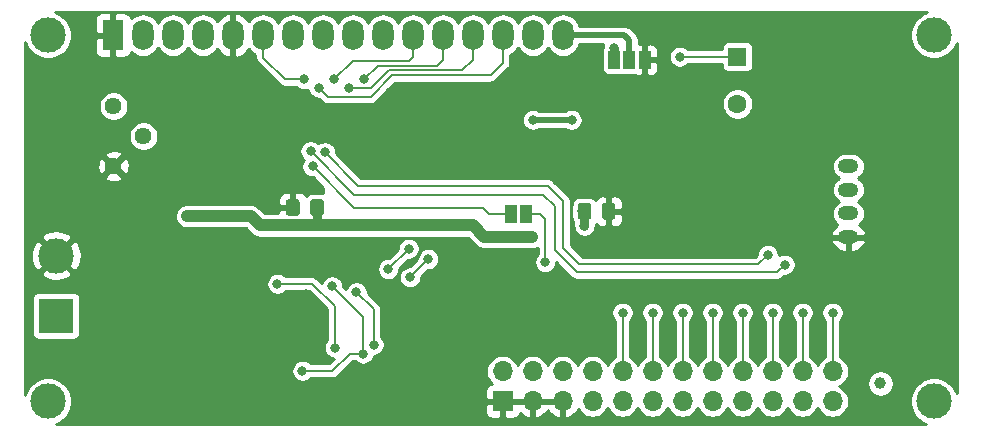
<source format=gbr>
G04 #@! TF.GenerationSoftware,KiCad,Pcbnew,(5.1.0)-1*
G04 #@! TF.CreationDate,2022-04-18T23:31:18-07:00*
G04 #@! TF.ProjectId,1602A_LCD Serial Backpack,31363032-415f-44c4-9344-205365726961,rev?*
G04 #@! TF.SameCoordinates,PX660b0c0PY66ff300*
G04 #@! TF.FileFunction,Copper,L1,Top*
G04 #@! TF.FilePolarity,Positive*
%FSLAX45Y45*%
G04 Gerber Fmt 4.5, Leading zero omitted, Abs format (unit mm)*
G04 Created by KiCad (PCBNEW (5.1.0)-1) date 2022-04-18 23:31:18*
%MOMM*%
%LPD*%
G04 APERTURE LIST*
%ADD10O,1.750000X1.200000*%
%ADD11C,3.000000*%
%ADD12O,1.800000X2.600000*%
%ADD13R,1.800000X2.600000*%
%ADD14R,3.000000X3.000000*%
%ADD15R,1.600000X1.600000*%
%ADD16C,1.600000*%
%ADD17R,1.700000X1.700000*%
%ADD18O,1.700000X1.700000*%
%ADD19C,1.440000*%
%ADD20R,1.000000X1.500000*%
%ADD21C,0.100000*%
%ADD22C,1.150000*%
%ADD23C,1.000000*%
%ADD24C,0.800000*%
%ADD25C,0.800000*%
%ADD26C,0.500000*%
%ADD27C,1.000000*%
%ADD28C,0.200000*%
%ADD29C,0.254000*%
G04 APERTURE END LIST*
D10*
X7027600Y2240200D03*
X7027600Y2040200D03*
X7027600Y1840200D03*
X7027600Y1640200D03*
D11*
X7751910Y3349070D03*
X7751858Y249000D03*
X252000Y249000D03*
X252000Y3349070D03*
D12*
X4611910Y3349070D03*
X4357910Y3349070D03*
X4103910Y3349070D03*
X3849910Y3349070D03*
X3595910Y3349070D03*
X3341910Y3349070D03*
X3087910Y3349070D03*
X2833910Y3349070D03*
X2579910Y3349070D03*
X2325910Y3349070D03*
X2071910Y3349070D03*
X1817910Y3349070D03*
X1563910Y3349070D03*
X1309910Y3349070D03*
X1055910Y3349070D03*
D13*
X801910Y3349070D03*
D11*
X321000Y1483000D03*
D14*
X321000Y975000D03*
D15*
X6089400Y3167300D03*
D16*
X6089400Y2767300D03*
D17*
X4100000Y249000D03*
D18*
X4100000Y503000D03*
X4354000Y249000D03*
X4354000Y503000D03*
X4608000Y249000D03*
X4608000Y503000D03*
X4862000Y249000D03*
X4862000Y503000D03*
X5116000Y249000D03*
X5116000Y503000D03*
X5370000Y249000D03*
X5370000Y503000D03*
X5624000Y249000D03*
X5624000Y503000D03*
X5878000Y249000D03*
X5878000Y503000D03*
X6132000Y249000D03*
X6132000Y503000D03*
X6386000Y249000D03*
X6386000Y503000D03*
X6640000Y249000D03*
X6640000Y503000D03*
X6894000Y249000D03*
X6894000Y503000D03*
D19*
X806200Y2240200D03*
X1060200Y2494200D03*
X806200Y2748200D03*
D20*
X5303860Y3139896D03*
X5173860Y3139896D03*
X5043860Y3139896D03*
D21*
G36*
X4828951Y1927880D02*
G01*
X4831377Y1927520D01*
X4833757Y1926923D01*
X4836067Y1926097D01*
X4838285Y1925048D01*
X4840389Y1923787D01*
X4842360Y1922325D01*
X4844178Y1920678D01*
X4845825Y1918860D01*
X4847287Y1916889D01*
X4848548Y1914785D01*
X4849597Y1912567D01*
X4850424Y1910257D01*
X4851020Y1907877D01*
X4851380Y1905450D01*
X4851500Y1903000D01*
X4851500Y1813000D01*
X4851380Y1810549D01*
X4851020Y1808123D01*
X4850424Y1805743D01*
X4849597Y1803433D01*
X4848548Y1801215D01*
X4847287Y1799111D01*
X4845825Y1797140D01*
X4844178Y1795322D01*
X4842360Y1793675D01*
X4840389Y1792213D01*
X4838285Y1790952D01*
X4836067Y1789903D01*
X4833757Y1789076D01*
X4831377Y1788480D01*
X4828951Y1788120D01*
X4826500Y1788000D01*
X4761500Y1788000D01*
X4759050Y1788120D01*
X4756623Y1788480D01*
X4754243Y1789076D01*
X4751933Y1789903D01*
X4749715Y1790952D01*
X4747611Y1792213D01*
X4745640Y1793675D01*
X4743822Y1795322D01*
X4742175Y1797140D01*
X4740713Y1799111D01*
X4739452Y1801215D01*
X4738403Y1803433D01*
X4737577Y1805743D01*
X4736980Y1808123D01*
X4736620Y1810549D01*
X4736500Y1813000D01*
X4736500Y1903000D01*
X4736620Y1905450D01*
X4736980Y1907877D01*
X4737577Y1910257D01*
X4738403Y1912567D01*
X4739452Y1914785D01*
X4740713Y1916889D01*
X4742175Y1918860D01*
X4743822Y1920678D01*
X4745640Y1922325D01*
X4747611Y1923787D01*
X4749715Y1925048D01*
X4751933Y1926097D01*
X4754243Y1926923D01*
X4756623Y1927520D01*
X4759050Y1927880D01*
X4761500Y1928000D01*
X4826500Y1928000D01*
X4828951Y1927880D01*
X4828951Y1927880D01*
G37*
D22*
X4794000Y1858000D03*
D21*
G36*
X5033951Y1927880D02*
G01*
X5036377Y1927520D01*
X5038757Y1926923D01*
X5041067Y1926097D01*
X5043285Y1925048D01*
X5045389Y1923787D01*
X5047360Y1922325D01*
X5049178Y1920678D01*
X5050825Y1918860D01*
X5052287Y1916889D01*
X5053548Y1914785D01*
X5054597Y1912567D01*
X5055424Y1910257D01*
X5056020Y1907877D01*
X5056380Y1905450D01*
X5056500Y1903000D01*
X5056500Y1813000D01*
X5056380Y1810549D01*
X5056020Y1808123D01*
X5055424Y1805743D01*
X5054597Y1803433D01*
X5053548Y1801215D01*
X5052287Y1799111D01*
X5050825Y1797140D01*
X5049178Y1795322D01*
X5047360Y1793675D01*
X5045389Y1792213D01*
X5043285Y1790952D01*
X5041067Y1789903D01*
X5038757Y1789076D01*
X5036377Y1788480D01*
X5033951Y1788120D01*
X5031500Y1788000D01*
X4966500Y1788000D01*
X4964050Y1788120D01*
X4961623Y1788480D01*
X4959243Y1789076D01*
X4956933Y1789903D01*
X4954715Y1790952D01*
X4952611Y1792213D01*
X4950640Y1793675D01*
X4948822Y1795322D01*
X4947175Y1797140D01*
X4945713Y1799111D01*
X4944452Y1801215D01*
X4943403Y1803433D01*
X4942577Y1805743D01*
X4941980Y1808123D01*
X4941620Y1810549D01*
X4941500Y1813000D01*
X4941500Y1903000D01*
X4941620Y1905450D01*
X4941980Y1907877D01*
X4942577Y1910257D01*
X4943403Y1912567D01*
X4944452Y1914785D01*
X4945713Y1916889D01*
X4947175Y1918860D01*
X4948822Y1920678D01*
X4950640Y1922325D01*
X4952611Y1923787D01*
X4954715Y1925048D01*
X4956933Y1926097D01*
X4959243Y1926923D01*
X4961623Y1927520D01*
X4964050Y1927880D01*
X4966500Y1928000D01*
X5031500Y1928000D01*
X5033951Y1927880D01*
X5033951Y1927880D01*
G37*
D22*
X4999000Y1858000D03*
D21*
G36*
X2564171Y1960830D02*
G01*
X2566597Y1960470D01*
X2568977Y1959873D01*
X2571287Y1959047D01*
X2573505Y1957998D01*
X2575609Y1956737D01*
X2577580Y1955275D01*
X2579398Y1953628D01*
X2581045Y1951810D01*
X2582507Y1949839D01*
X2583768Y1947735D01*
X2584817Y1945517D01*
X2585644Y1943207D01*
X2586240Y1940827D01*
X2586600Y1938400D01*
X2586720Y1935950D01*
X2586720Y1845950D01*
X2586600Y1843499D01*
X2586240Y1841073D01*
X2585644Y1838693D01*
X2584817Y1836383D01*
X2583768Y1834165D01*
X2582507Y1832061D01*
X2581045Y1830090D01*
X2579398Y1828272D01*
X2577580Y1826625D01*
X2575609Y1825163D01*
X2573505Y1823902D01*
X2571287Y1822853D01*
X2568977Y1822026D01*
X2566597Y1821430D01*
X2564171Y1821070D01*
X2561720Y1820950D01*
X2496720Y1820950D01*
X2494270Y1821070D01*
X2491843Y1821430D01*
X2489463Y1822026D01*
X2487153Y1822853D01*
X2484935Y1823902D01*
X2482831Y1825163D01*
X2480860Y1826625D01*
X2479042Y1828272D01*
X2477395Y1830090D01*
X2475933Y1832061D01*
X2474672Y1834165D01*
X2473623Y1836383D01*
X2472797Y1838693D01*
X2472200Y1841073D01*
X2471840Y1843499D01*
X2471720Y1845950D01*
X2471720Y1935950D01*
X2471840Y1938400D01*
X2472200Y1940827D01*
X2472797Y1943207D01*
X2473623Y1945517D01*
X2474672Y1947735D01*
X2475933Y1949839D01*
X2477395Y1951810D01*
X2479042Y1953628D01*
X2480860Y1955275D01*
X2482831Y1956737D01*
X2484935Y1957998D01*
X2487153Y1959047D01*
X2489463Y1959873D01*
X2491843Y1960470D01*
X2494270Y1960830D01*
X2496720Y1960950D01*
X2561720Y1960950D01*
X2564171Y1960830D01*
X2564171Y1960830D01*
G37*
D22*
X2529220Y1890950D03*
D21*
G36*
X2359171Y1960830D02*
G01*
X2361597Y1960470D01*
X2363977Y1959873D01*
X2366287Y1959047D01*
X2368505Y1957998D01*
X2370609Y1956737D01*
X2372580Y1955275D01*
X2374398Y1953628D01*
X2376045Y1951810D01*
X2377507Y1949839D01*
X2378768Y1947735D01*
X2379817Y1945517D01*
X2380644Y1943207D01*
X2381240Y1940827D01*
X2381600Y1938400D01*
X2381720Y1935950D01*
X2381720Y1845950D01*
X2381600Y1843499D01*
X2381240Y1841073D01*
X2380644Y1838693D01*
X2379817Y1836383D01*
X2378768Y1834165D01*
X2377507Y1832061D01*
X2376045Y1830090D01*
X2374398Y1828272D01*
X2372580Y1826625D01*
X2370609Y1825163D01*
X2368505Y1823902D01*
X2366287Y1822853D01*
X2363977Y1822026D01*
X2361597Y1821430D01*
X2359171Y1821070D01*
X2356720Y1820950D01*
X2291720Y1820950D01*
X2289270Y1821070D01*
X2286843Y1821430D01*
X2284463Y1822026D01*
X2282153Y1822853D01*
X2279935Y1823902D01*
X2277831Y1825163D01*
X2275860Y1826625D01*
X2274042Y1828272D01*
X2272395Y1830090D01*
X2270933Y1832061D01*
X2269672Y1834165D01*
X2268623Y1836383D01*
X2267797Y1838693D01*
X2267200Y1841073D01*
X2266840Y1843499D01*
X2266720Y1845950D01*
X2266720Y1935950D01*
X2266840Y1938400D01*
X2267200Y1940827D01*
X2267797Y1943207D01*
X2268623Y1945517D01*
X2269672Y1947735D01*
X2270933Y1949839D01*
X2272395Y1951810D01*
X2274042Y1953628D01*
X2275860Y1955275D01*
X2277831Y1956737D01*
X2279935Y1957998D01*
X2282153Y1959047D01*
X2284463Y1959873D01*
X2286843Y1960470D01*
X2289270Y1960830D01*
X2291720Y1960950D01*
X2356720Y1960950D01*
X2359171Y1960830D01*
X2359171Y1960830D01*
G37*
D22*
X2324220Y1890950D03*
D20*
X4298700Y1833800D03*
X4168700Y1833800D03*
D23*
X7300000Y400000D03*
D24*
X5556000Y1735000D03*
X107600Y1804800D03*
X107600Y604800D03*
X5068320Y3484800D03*
X2436960Y1158080D03*
X7892800Y604800D03*
X2243840Y2077640D03*
X2929948Y2593093D03*
X1436120Y3065700D03*
X1403100Y1986200D03*
X7892800Y3004800D03*
X7892800Y2404800D03*
X7892800Y1204800D03*
X7892800Y1804800D03*
X7283200Y106600D03*
X5483200Y3484800D03*
X7283200Y3484800D03*
X6683200Y3484800D03*
X3517200Y106600D03*
X2917200Y106600D03*
X107600Y2404800D03*
X107600Y3004800D03*
X517200Y106600D03*
X1117200Y106600D03*
X1717200Y106600D03*
X2317200Y106600D03*
X6083200Y3484800D03*
X5497000Y106600D03*
X6513000Y106600D03*
X6005000Y106600D03*
X4989000Y106600D03*
X7022850Y773350D03*
X2073660Y2809160D03*
X1225300Y2810000D03*
X3516380Y2177970D03*
X3267460Y2177970D03*
X3986280Y2405300D03*
X3854200Y2898060D03*
X3600200Y2898060D03*
X3144000Y2865000D03*
X3811020Y2235120D03*
X3678940Y2593260D03*
X3521460Y2738040D03*
X3043085Y2479956D03*
X1631700Y2809160D03*
X783340Y1584880D03*
X1403100Y2443400D03*
X3986280Y2669460D03*
X783340Y1000680D03*
X417580Y2113200D03*
X417580Y2682160D03*
X1060200Y1816020D03*
X2469900Y2077640D03*
X1206250Y664500D03*
X1717900Y750000D03*
X2551180Y299640D03*
X2276860Y2621200D03*
X5175000Y2717800D03*
X4268020Y1428580D03*
X4794000Y2012000D03*
X6487550Y2468800D03*
X5848100Y2468800D03*
X7300000Y1240200D03*
X7300000Y2640200D03*
X2355600Y2202100D03*
X1682500Y2519600D03*
X4921000Y2012000D03*
X6487550Y1840200D03*
X2138000Y1560000D03*
X1608840Y1816020D03*
X1519940Y1816020D03*
X1431040Y1816020D03*
X2529960Y1738920D03*
X5599500Y3167300D03*
X4794000Y1735000D03*
X4268020Y1639200D03*
X4350570Y1639200D03*
X4684850Y2632700D03*
X4357910Y2632700D03*
X2194080Y1244000D03*
X2679450Y703500D03*
X2491490Y2237660D03*
X5370000Y1000000D03*
X5624000Y1000000D03*
X2673100Y2974260D03*
X2927100Y2974260D03*
X2800100Y2903140D03*
X2546100Y2903140D03*
X2474506Y2367200D03*
X6894000Y1000000D03*
X6487550Y1406450D03*
X6640000Y1000000D03*
X2596533Y2358310D03*
X6345550Y1489920D03*
X2419100Y2974260D03*
X6386000Y1000000D03*
X6132000Y1000000D03*
X3316990Y1299130D03*
X3471930Y1454070D03*
X3008380Y728900D03*
X2863600Y1173400D03*
X5878000Y1000000D03*
X3132840Y1368980D03*
X3305560Y1541700D03*
X2919480Y652700D03*
X2657860Y1224200D03*
X2406400Y507920D03*
X5116000Y1000000D03*
X5043860Y3240960D03*
X4461020Y1428580D03*
D25*
X2529960Y1738920D02*
X2529960Y1890210D01*
D26*
X4357910Y2632700D02*
X4684850Y2632700D01*
D27*
X2044080Y1738920D02*
X3847480Y1738920D01*
X1966980Y1816020D02*
X2044080Y1738920D01*
X1431040Y1816020D02*
X1966980Y1816020D01*
X3947200Y1639200D02*
X3847480Y1738920D01*
X4350570Y1639200D02*
X3947200Y1639200D01*
D28*
X6089400Y3167300D02*
X5599500Y3167300D01*
D25*
X4794000Y1735000D02*
X4794000Y1858000D01*
D28*
X2679450Y703500D02*
X2679450Y1052750D01*
X2488200Y1244000D02*
X2679450Y1052750D01*
X2194080Y1244000D02*
X2488200Y1244000D01*
X3933575Y1887775D02*
X2841375Y1887775D01*
X3987550Y1833800D02*
X3933575Y1887775D01*
X4168700Y1833800D02*
X3987550Y1833800D01*
X2841375Y1887775D02*
X2491490Y2237660D01*
X5370000Y503000D02*
X5370000Y1000000D01*
X5624000Y503000D02*
X5624000Y1000000D01*
X3304921Y3131101D02*
X2829941Y3131101D01*
X3341910Y3168090D02*
X3304921Y3131101D01*
X3341910Y3349070D02*
X3341910Y3168090D01*
X2829941Y3131101D02*
X2673100Y2974260D01*
X3595910Y3140150D02*
X3546860Y3091100D01*
X3043940Y3091100D02*
X3546860Y3091100D01*
X3043940Y3091100D02*
X2927100Y2974260D01*
X3595910Y3140150D02*
X3595910Y3349070D01*
X3849910Y3140150D02*
X3760859Y3051099D01*
X3760859Y3051099D02*
X3136019Y3051099D01*
X2800100Y2903140D02*
X2988060Y2903140D01*
X3136019Y3051099D02*
X2988060Y2903140D01*
X3849910Y3349070D02*
X3849910Y3140150D01*
X4103910Y3114750D02*
X4000258Y3011098D01*
X3164598Y3011098D02*
X4000258Y3011098D01*
X2982980Y2829480D02*
X3164598Y3011098D01*
X4103910Y3114750D02*
X4103910Y3349070D01*
X2546100Y2903140D02*
X2619760Y2829480D01*
X2619760Y2829480D02*
X2982980Y2829480D01*
X6894000Y503000D02*
X6894000Y1000000D01*
X6421020Y1339920D02*
X6487550Y1406450D01*
X2474506Y2367200D02*
X2842806Y1998900D01*
X2842806Y1998900D02*
X4442040Y1998900D01*
X4442040Y1998900D02*
X4541020Y1899920D01*
X4541020Y1899920D02*
X4541020Y1529920D01*
X4541020Y1529920D02*
X4731020Y1339920D01*
X4731020Y1339920D02*
X6421020Y1339920D01*
X6640000Y503000D02*
X6640000Y1000000D01*
X6345550Y1489920D02*
X6265550Y1409920D01*
X2879743Y2075100D02*
X2596533Y2358310D01*
X6265550Y1409920D02*
X4751020Y1409920D01*
X4751020Y1409920D02*
X4616020Y1544920D01*
X4616020Y1544920D02*
X4616020Y1941930D01*
X4616020Y1941930D02*
X4482850Y2075100D01*
X4482850Y2075100D02*
X2879743Y2075100D01*
X2257048Y2974260D02*
X2071910Y3159398D01*
X2419100Y2974260D02*
X2257048Y2974260D01*
X2071910Y3159398D02*
X2071910Y3349070D01*
X6386000Y503000D02*
X6386000Y1000000D01*
X3316990Y1299130D02*
X3471930Y1454070D01*
X6132000Y503000D02*
X6132000Y1000000D01*
X3008380Y1028620D02*
X2863600Y1173400D01*
X3008380Y728900D02*
X3008380Y1028620D01*
X3132840Y1368980D02*
X3305560Y1541700D01*
X5878000Y503000D02*
X5878000Y1000000D01*
X2805180Y652700D02*
X2660400Y507920D01*
X2919480Y652700D02*
X2805180Y652700D01*
X2406400Y507920D02*
X2660400Y507920D01*
X2919480Y962580D02*
X2657860Y1224200D01*
X2919480Y652700D02*
X2919480Y962580D01*
X5116000Y503000D02*
X5116000Y1000000D01*
D26*
X4611910Y3349070D02*
X5132422Y3349070D01*
X5132422Y3349070D02*
X5173860Y3307632D01*
X5173860Y3139896D02*
X5173860Y3307632D01*
D25*
X5043860Y3139896D02*
X5043860Y3240960D01*
D28*
X4298700Y1833800D02*
X4417140Y1833800D01*
X4461020Y1789920D02*
X4417140Y1833800D01*
X4461020Y1789920D02*
X4461020Y1428580D01*
D29*
G36*
X7655517Y3529409D02*
G01*
X7622186Y3507139D01*
X7593841Y3478794D01*
X7571571Y3445463D01*
X7556230Y3408429D01*
X7548410Y3369113D01*
X7548410Y3329027D01*
X7556230Y3289711D01*
X7571571Y3252677D01*
X7593841Y3219346D01*
X7622186Y3191001D01*
X7655517Y3168731D01*
X7692551Y3153390D01*
X7731867Y3145570D01*
X7771953Y3145570D01*
X7811269Y3153390D01*
X7848303Y3168731D01*
X7881634Y3191001D01*
X7909979Y3219346D01*
X7932249Y3252677D01*
X7944000Y3281045D01*
X7944000Y316899D01*
X7932197Y345393D01*
X7909927Y378724D01*
X7881582Y407069D01*
X7848251Y429339D01*
X7811217Y444680D01*
X7771901Y452500D01*
X7731815Y452500D01*
X7692499Y444680D01*
X7655465Y429339D01*
X7622134Y407069D01*
X7593789Y378724D01*
X7571519Y345393D01*
X7556178Y308359D01*
X7548358Y269043D01*
X7548358Y228957D01*
X7556178Y189641D01*
X7571519Y152607D01*
X7593789Y119276D01*
X7622134Y90931D01*
X7655465Y68661D01*
X7686030Y56000D01*
X317828Y56000D01*
X348393Y68661D01*
X381724Y90931D01*
X410069Y119276D01*
X432339Y152607D01*
X437059Y164000D01*
X3951193Y164000D01*
X3952419Y151552D01*
X3956050Y139582D01*
X3961946Y128551D01*
X3969881Y118881D01*
X3979551Y110946D01*
X3990582Y105050D01*
X4002552Y101419D01*
X4015000Y100193D01*
X4071425Y100500D01*
X4087300Y116375D01*
X4087300Y236300D01*
X4112700Y236300D01*
X4112700Y116375D01*
X4128575Y100500D01*
X4185000Y100193D01*
X4197448Y101419D01*
X4209418Y105050D01*
X4220449Y110946D01*
X4230119Y118881D01*
X4238054Y128551D01*
X4243950Y139582D01*
X4246397Y147647D01*
X4253973Y139241D01*
X4277308Y121836D01*
X4303590Y109317D01*
X4318311Y104852D01*
X4341300Y116984D01*
X4341300Y236300D01*
X4366700Y236300D01*
X4366700Y116984D01*
X4389689Y104852D01*
X4404410Y109317D01*
X4430692Y121836D01*
X4454027Y139241D01*
X4473518Y160865D01*
X4481000Y173426D01*
X4488482Y160865D01*
X4507973Y139241D01*
X4531308Y121836D01*
X4557590Y109317D01*
X4572311Y104852D01*
X4595300Y116984D01*
X4595300Y236300D01*
X4366700Y236300D01*
X4341300Y236300D01*
X4112700Y236300D01*
X4087300Y236300D01*
X3967375Y236300D01*
X3951500Y220425D01*
X3951193Y164000D01*
X437059Y164000D01*
X447680Y189641D01*
X455500Y228957D01*
X455500Y269043D01*
X447680Y308359D01*
X437059Y334000D01*
X3951193Y334000D01*
X3951500Y277575D01*
X3967375Y261700D01*
X4087300Y261700D01*
X4087300Y263700D01*
X4112700Y263700D01*
X4112700Y261700D01*
X4341300Y261700D01*
X4341300Y263700D01*
X4366700Y263700D01*
X4366700Y261700D01*
X4595300Y261700D01*
X4595300Y263700D01*
X4620700Y263700D01*
X4620700Y261700D01*
X4622700Y261700D01*
X4622700Y236300D01*
X4620700Y236300D01*
X4620700Y116984D01*
X4643689Y104852D01*
X4658410Y109317D01*
X4684692Y121836D01*
X4708027Y139241D01*
X4727518Y160865D01*
X4740456Y182585D01*
X4746284Y171681D01*
X4763592Y150592D01*
X4784681Y133284D01*
X4808742Y120424D01*
X4834849Y112504D01*
X4855196Y110500D01*
X4868804Y110500D01*
X4889151Y112504D01*
X4915258Y120424D01*
X4939319Y133284D01*
X4960408Y150592D01*
X4977716Y171681D01*
X4989000Y192793D01*
X5000284Y171681D01*
X5017592Y150592D01*
X5038681Y133284D01*
X5062742Y120424D01*
X5088849Y112504D01*
X5109196Y110500D01*
X5122804Y110500D01*
X5143151Y112504D01*
X5169258Y120424D01*
X5193319Y133284D01*
X5214408Y150592D01*
X5231716Y171681D01*
X5243000Y192793D01*
X5254284Y171681D01*
X5271592Y150592D01*
X5292681Y133284D01*
X5316742Y120424D01*
X5342849Y112504D01*
X5363196Y110500D01*
X5376804Y110500D01*
X5397151Y112504D01*
X5423258Y120424D01*
X5447319Y133284D01*
X5468408Y150592D01*
X5485716Y171681D01*
X5497000Y192793D01*
X5508284Y171681D01*
X5525592Y150592D01*
X5546681Y133284D01*
X5570742Y120424D01*
X5596849Y112504D01*
X5617196Y110500D01*
X5630804Y110500D01*
X5651151Y112504D01*
X5677258Y120424D01*
X5701319Y133284D01*
X5722408Y150592D01*
X5739716Y171681D01*
X5751000Y192793D01*
X5762284Y171681D01*
X5779592Y150592D01*
X5800681Y133284D01*
X5824742Y120424D01*
X5850849Y112504D01*
X5871196Y110500D01*
X5884804Y110500D01*
X5905151Y112504D01*
X5931258Y120424D01*
X5955319Y133284D01*
X5976408Y150592D01*
X5993716Y171681D01*
X6005000Y192793D01*
X6016284Y171681D01*
X6033592Y150592D01*
X6054681Y133284D01*
X6078742Y120424D01*
X6104849Y112504D01*
X6125196Y110500D01*
X6138804Y110500D01*
X6159151Y112504D01*
X6185258Y120424D01*
X6209319Y133284D01*
X6230408Y150592D01*
X6247716Y171681D01*
X6259000Y192793D01*
X6270284Y171681D01*
X6287592Y150592D01*
X6308681Y133284D01*
X6332742Y120424D01*
X6358849Y112504D01*
X6379196Y110500D01*
X6392804Y110500D01*
X6413151Y112504D01*
X6439258Y120424D01*
X6463319Y133284D01*
X6484408Y150592D01*
X6501716Y171681D01*
X6513000Y192793D01*
X6524284Y171681D01*
X6541592Y150592D01*
X6562681Y133284D01*
X6586742Y120424D01*
X6612849Y112504D01*
X6633196Y110500D01*
X6646804Y110500D01*
X6667151Y112504D01*
X6693258Y120424D01*
X6717319Y133284D01*
X6738408Y150592D01*
X6755716Y171681D01*
X6767000Y192793D01*
X6778284Y171681D01*
X6795592Y150592D01*
X6816681Y133284D01*
X6840742Y120424D01*
X6866849Y112504D01*
X6887196Y110500D01*
X6900804Y110500D01*
X6921151Y112504D01*
X6947258Y120424D01*
X6971319Y133284D01*
X6992408Y150592D01*
X7009716Y171681D01*
X7022576Y195742D01*
X7030496Y221849D01*
X7033170Y249000D01*
X7030496Y276151D01*
X7022576Y302258D01*
X7009716Y326319D01*
X6992408Y347408D01*
X6971319Y364716D01*
X6950207Y376000D01*
X6971319Y387284D01*
X6992408Y404592D01*
X6997749Y411100D01*
X7187300Y411100D01*
X7187300Y388900D01*
X7191631Y367127D01*
X7200127Y346617D01*
X7212460Y328158D01*
X7228158Y312460D01*
X7246616Y300127D01*
X7267127Y291631D01*
X7288900Y287300D01*
X7311100Y287300D01*
X7332873Y291631D01*
X7353383Y300127D01*
X7371842Y312460D01*
X7387540Y328158D01*
X7399873Y346617D01*
X7408369Y367127D01*
X7412700Y388900D01*
X7412700Y411100D01*
X7408369Y432873D01*
X7399873Y453383D01*
X7387540Y471842D01*
X7371842Y487540D01*
X7353383Y499873D01*
X7332873Y508369D01*
X7311100Y512700D01*
X7288900Y512700D01*
X7267127Y508369D01*
X7246616Y499873D01*
X7228158Y487540D01*
X7212460Y471842D01*
X7200127Y453383D01*
X7191631Y432873D01*
X7187300Y411100D01*
X6997749Y411100D01*
X7009716Y425681D01*
X7022576Y449742D01*
X7030496Y475849D01*
X7033170Y503000D01*
X7030496Y530151D01*
X7022576Y556258D01*
X7009716Y580319D01*
X6992408Y601408D01*
X6971319Y618716D01*
X6957500Y626102D01*
X6957500Y931271D01*
X6966626Y940397D01*
X6976859Y955711D01*
X6983907Y972727D01*
X6987500Y990791D01*
X6987500Y1009209D01*
X6983907Y1027273D01*
X6976859Y1044289D01*
X6966626Y1059603D01*
X6953603Y1072626D01*
X6938289Y1082859D01*
X6921273Y1089907D01*
X6903209Y1093500D01*
X6884791Y1093500D01*
X6866727Y1089907D01*
X6849711Y1082859D01*
X6834397Y1072626D01*
X6821374Y1059603D01*
X6811141Y1044289D01*
X6804093Y1027273D01*
X6800500Y1009209D01*
X6800500Y990791D01*
X6804093Y972727D01*
X6811141Y955711D01*
X6821374Y940397D01*
X6830500Y931271D01*
X6830500Y626102D01*
X6816681Y618716D01*
X6795592Y601408D01*
X6778284Y580319D01*
X6767000Y559207D01*
X6755716Y580319D01*
X6738408Y601408D01*
X6717319Y618716D01*
X6703500Y626102D01*
X6703500Y931271D01*
X6712626Y940397D01*
X6722859Y955711D01*
X6729907Y972727D01*
X6733500Y990791D01*
X6733500Y1009209D01*
X6729907Y1027273D01*
X6722859Y1044289D01*
X6712626Y1059603D01*
X6699603Y1072626D01*
X6684289Y1082859D01*
X6667273Y1089907D01*
X6649209Y1093500D01*
X6630791Y1093500D01*
X6612727Y1089907D01*
X6595711Y1082859D01*
X6580397Y1072626D01*
X6567374Y1059603D01*
X6557141Y1044289D01*
X6550093Y1027273D01*
X6546500Y1009209D01*
X6546500Y990791D01*
X6550093Y972727D01*
X6557141Y955711D01*
X6567374Y940397D01*
X6576500Y931271D01*
X6576500Y626102D01*
X6562681Y618716D01*
X6541592Y601408D01*
X6524284Y580319D01*
X6513000Y559207D01*
X6501716Y580319D01*
X6484408Y601408D01*
X6463319Y618716D01*
X6449500Y626102D01*
X6449500Y931271D01*
X6458626Y940397D01*
X6468859Y955711D01*
X6475907Y972727D01*
X6479500Y990791D01*
X6479500Y1009209D01*
X6475907Y1027273D01*
X6468859Y1044289D01*
X6458626Y1059603D01*
X6445603Y1072626D01*
X6430289Y1082859D01*
X6413273Y1089907D01*
X6395209Y1093500D01*
X6376791Y1093500D01*
X6358727Y1089907D01*
X6341711Y1082859D01*
X6326397Y1072626D01*
X6313374Y1059603D01*
X6303141Y1044289D01*
X6296093Y1027273D01*
X6292500Y1009209D01*
X6292500Y990791D01*
X6296093Y972727D01*
X6303141Y955711D01*
X6313374Y940397D01*
X6322500Y931271D01*
X6322500Y626102D01*
X6308681Y618716D01*
X6287592Y601408D01*
X6270284Y580319D01*
X6259000Y559207D01*
X6247716Y580319D01*
X6230408Y601408D01*
X6209319Y618716D01*
X6195500Y626102D01*
X6195500Y931271D01*
X6204626Y940397D01*
X6214859Y955711D01*
X6221907Y972727D01*
X6225500Y990791D01*
X6225500Y1009209D01*
X6221907Y1027273D01*
X6214859Y1044289D01*
X6204626Y1059603D01*
X6191603Y1072626D01*
X6176289Y1082859D01*
X6159273Y1089907D01*
X6141209Y1093500D01*
X6122791Y1093500D01*
X6104727Y1089907D01*
X6087711Y1082859D01*
X6072397Y1072626D01*
X6059374Y1059603D01*
X6049141Y1044289D01*
X6042093Y1027273D01*
X6038500Y1009209D01*
X6038500Y990791D01*
X6042093Y972727D01*
X6049141Y955711D01*
X6059374Y940397D01*
X6068500Y931271D01*
X6068500Y626102D01*
X6054681Y618716D01*
X6033592Y601408D01*
X6016284Y580319D01*
X6005000Y559207D01*
X5993716Y580319D01*
X5976408Y601408D01*
X5955319Y618716D01*
X5941500Y626102D01*
X5941500Y931271D01*
X5950626Y940397D01*
X5960859Y955711D01*
X5967907Y972727D01*
X5971500Y990791D01*
X5971500Y1009209D01*
X5967907Y1027273D01*
X5960859Y1044289D01*
X5950626Y1059603D01*
X5937603Y1072626D01*
X5922289Y1082859D01*
X5905273Y1089907D01*
X5887209Y1093500D01*
X5868791Y1093500D01*
X5850727Y1089907D01*
X5833711Y1082859D01*
X5818397Y1072626D01*
X5805374Y1059603D01*
X5795141Y1044289D01*
X5788093Y1027273D01*
X5784500Y1009209D01*
X5784500Y990791D01*
X5788093Y972727D01*
X5795141Y955711D01*
X5805374Y940397D01*
X5814500Y931271D01*
X5814500Y626102D01*
X5800681Y618716D01*
X5779592Y601408D01*
X5762284Y580319D01*
X5751000Y559207D01*
X5739716Y580319D01*
X5722408Y601408D01*
X5701319Y618716D01*
X5687500Y626102D01*
X5687500Y931271D01*
X5696626Y940397D01*
X5706859Y955711D01*
X5713907Y972727D01*
X5717500Y990791D01*
X5717500Y1009209D01*
X5713907Y1027273D01*
X5706859Y1044289D01*
X5696626Y1059603D01*
X5683603Y1072626D01*
X5668289Y1082859D01*
X5651273Y1089907D01*
X5633209Y1093500D01*
X5614791Y1093500D01*
X5596727Y1089907D01*
X5579711Y1082859D01*
X5564397Y1072626D01*
X5551374Y1059603D01*
X5541141Y1044289D01*
X5534093Y1027273D01*
X5530500Y1009209D01*
X5530500Y990791D01*
X5534093Y972727D01*
X5541141Y955711D01*
X5551374Y940397D01*
X5560500Y931271D01*
X5560500Y626102D01*
X5546681Y618716D01*
X5525592Y601408D01*
X5508284Y580319D01*
X5497000Y559207D01*
X5485716Y580319D01*
X5468408Y601408D01*
X5447319Y618716D01*
X5433500Y626102D01*
X5433500Y931271D01*
X5442626Y940397D01*
X5452859Y955711D01*
X5459907Y972727D01*
X5463500Y990791D01*
X5463500Y1009209D01*
X5459907Y1027273D01*
X5452859Y1044289D01*
X5442626Y1059603D01*
X5429603Y1072626D01*
X5414289Y1082859D01*
X5397273Y1089907D01*
X5379209Y1093500D01*
X5360791Y1093500D01*
X5342727Y1089907D01*
X5325711Y1082859D01*
X5310397Y1072626D01*
X5297374Y1059603D01*
X5287141Y1044289D01*
X5280093Y1027273D01*
X5276500Y1009209D01*
X5276500Y990791D01*
X5280093Y972727D01*
X5287141Y955711D01*
X5297374Y940397D01*
X5306500Y931271D01*
X5306500Y626102D01*
X5292681Y618716D01*
X5271592Y601408D01*
X5254284Y580319D01*
X5243000Y559207D01*
X5231716Y580319D01*
X5214408Y601408D01*
X5193319Y618716D01*
X5179500Y626102D01*
X5179500Y931271D01*
X5188626Y940397D01*
X5198859Y955711D01*
X5205907Y972727D01*
X5209500Y990791D01*
X5209500Y1009209D01*
X5205907Y1027273D01*
X5198859Y1044289D01*
X5188626Y1059603D01*
X5175603Y1072626D01*
X5160289Y1082859D01*
X5143273Y1089907D01*
X5125209Y1093500D01*
X5106791Y1093500D01*
X5088727Y1089907D01*
X5071711Y1082859D01*
X5056397Y1072626D01*
X5043374Y1059603D01*
X5033141Y1044289D01*
X5026093Y1027273D01*
X5022500Y1009209D01*
X5022500Y990791D01*
X5026093Y972727D01*
X5033141Y955711D01*
X5043374Y940397D01*
X5052500Y931271D01*
X5052500Y626102D01*
X5038681Y618716D01*
X5017592Y601408D01*
X5000284Y580319D01*
X4989000Y559207D01*
X4977716Y580319D01*
X4960408Y601408D01*
X4939319Y618716D01*
X4915258Y631576D01*
X4889151Y639496D01*
X4868804Y641500D01*
X4855196Y641500D01*
X4834849Y639496D01*
X4808742Y631576D01*
X4784681Y618716D01*
X4763592Y601408D01*
X4746284Y580319D01*
X4735000Y559207D01*
X4723716Y580319D01*
X4706408Y601408D01*
X4685319Y618716D01*
X4661258Y631576D01*
X4635151Y639496D01*
X4614804Y641500D01*
X4601196Y641500D01*
X4580849Y639496D01*
X4554742Y631576D01*
X4530681Y618716D01*
X4509592Y601408D01*
X4492284Y580319D01*
X4481000Y559207D01*
X4469716Y580319D01*
X4452408Y601408D01*
X4431319Y618716D01*
X4407258Y631576D01*
X4381151Y639496D01*
X4360804Y641500D01*
X4347196Y641500D01*
X4326849Y639496D01*
X4300742Y631576D01*
X4276681Y618716D01*
X4255592Y601408D01*
X4238284Y580319D01*
X4227000Y559207D01*
X4215716Y580319D01*
X4198408Y601408D01*
X4177319Y618716D01*
X4153258Y631576D01*
X4127151Y639496D01*
X4106804Y641500D01*
X4093196Y641500D01*
X4072849Y639496D01*
X4046742Y631576D01*
X4022681Y618716D01*
X4001592Y601408D01*
X3984284Y580319D01*
X3971424Y556258D01*
X3963504Y530151D01*
X3960830Y503000D01*
X3963504Y475849D01*
X3971424Y449742D01*
X3984284Y425681D01*
X4001592Y404592D01*
X4010410Y397355D01*
X4002552Y396581D01*
X3990582Y392950D01*
X3979551Y387054D01*
X3969881Y379118D01*
X3961946Y369449D01*
X3956050Y358418D01*
X3952419Y346448D01*
X3951193Y334000D01*
X437059Y334000D01*
X432339Y345393D01*
X410069Y378724D01*
X381724Y407069D01*
X348393Y429339D01*
X311359Y444680D01*
X272043Y452500D01*
X231957Y452500D01*
X192641Y444680D01*
X155607Y429339D01*
X122276Y407069D01*
X93931Y378724D01*
X71661Y345393D01*
X56320Y308359D01*
X56000Y306748D01*
X56000Y1125000D01*
X117241Y1125000D01*
X117241Y825000D01*
X118274Y814512D01*
X121333Y804427D01*
X126301Y795133D01*
X132987Y786987D01*
X141133Y780301D01*
X150427Y775333D01*
X160512Y772274D01*
X171000Y771241D01*
X471000Y771241D01*
X481488Y772274D01*
X491573Y775333D01*
X500867Y780301D01*
X509013Y786987D01*
X515699Y795133D01*
X520667Y804427D01*
X523726Y814512D01*
X524759Y825000D01*
X524759Y1125000D01*
X523726Y1135488D01*
X520667Y1145573D01*
X515699Y1154867D01*
X509013Y1163013D01*
X500867Y1169699D01*
X491573Y1174667D01*
X481488Y1177726D01*
X471000Y1178759D01*
X171000Y1178759D01*
X160512Y1177726D01*
X150427Y1174667D01*
X141133Y1169699D01*
X132987Y1163013D01*
X126301Y1154867D01*
X121333Y1145573D01*
X118274Y1135488D01*
X117241Y1125000D01*
X56000Y1125000D01*
X56000Y1253209D01*
X2100580Y1253209D01*
X2100580Y1234791D01*
X2104173Y1216727D01*
X2111221Y1199711D01*
X2121454Y1184397D01*
X2134477Y1171374D01*
X2149791Y1161141D01*
X2166807Y1154093D01*
X2184871Y1150500D01*
X2203289Y1150500D01*
X2221353Y1154093D01*
X2238369Y1161141D01*
X2253683Y1171374D01*
X2262809Y1180500D01*
X2461898Y1180500D01*
X2615950Y1026447D01*
X2615950Y772229D01*
X2606824Y763103D01*
X2596591Y747789D01*
X2589543Y730773D01*
X2585950Y712709D01*
X2585950Y694291D01*
X2589543Y676227D01*
X2596591Y659211D01*
X2606824Y643897D01*
X2619847Y630874D01*
X2635161Y620641D01*
X2652177Y613593D01*
X2670241Y610000D01*
X2672678Y610000D01*
X2634098Y571420D01*
X2475129Y571420D01*
X2466003Y580546D01*
X2450689Y590779D01*
X2433673Y597827D01*
X2415609Y601420D01*
X2397191Y601420D01*
X2379127Y597827D01*
X2362111Y590779D01*
X2346797Y580546D01*
X2333774Y567523D01*
X2323541Y552209D01*
X2316493Y535193D01*
X2312900Y517129D01*
X2312900Y498711D01*
X2316493Y480647D01*
X2323541Y463631D01*
X2333774Y448317D01*
X2346797Y435294D01*
X2362111Y425061D01*
X2379127Y418013D01*
X2397191Y414420D01*
X2415609Y414420D01*
X2433673Y418013D01*
X2450689Y425061D01*
X2466003Y435294D01*
X2475129Y444420D01*
X2657282Y444420D01*
X2660400Y444113D01*
X2663518Y444420D01*
X2663519Y444420D01*
X2672848Y445339D01*
X2684818Y448970D01*
X2695849Y454866D01*
X2705519Y462801D01*
X2707507Y465225D01*
X2831483Y589200D01*
X2850751Y589200D01*
X2859877Y580074D01*
X2875191Y569841D01*
X2892207Y562793D01*
X2910271Y559200D01*
X2928689Y559200D01*
X2946753Y562793D01*
X2963769Y569841D01*
X2979083Y580074D01*
X2992106Y593097D01*
X3002339Y608411D01*
X3009387Y625427D01*
X3011371Y635400D01*
X3017589Y635400D01*
X3035653Y638993D01*
X3052669Y646041D01*
X3067983Y656274D01*
X3081006Y669297D01*
X3091239Y684611D01*
X3098287Y701627D01*
X3101880Y719691D01*
X3101880Y738109D01*
X3098287Y756173D01*
X3091239Y773189D01*
X3081006Y788503D01*
X3071880Y797629D01*
X3071880Y1025502D01*
X3072187Y1028620D01*
X3071880Y1031738D01*
X3071880Y1031739D01*
X3070961Y1041068D01*
X3067330Y1053038D01*
X3061574Y1063807D01*
X3061434Y1064070D01*
X3055487Y1071316D01*
X3055486Y1071316D01*
X3053498Y1073739D01*
X3051076Y1075727D01*
X2957100Y1169703D01*
X2957100Y1182609D01*
X2953507Y1200673D01*
X2946459Y1217689D01*
X2936226Y1233003D01*
X2923203Y1246026D01*
X2907889Y1256259D01*
X2890873Y1263307D01*
X2872809Y1266900D01*
X2854391Y1266900D01*
X2836327Y1263307D01*
X2819311Y1256259D01*
X2803997Y1246026D01*
X2790974Y1233003D01*
X2780741Y1217689D01*
X2773693Y1200673D01*
X2773278Y1198585D01*
X2751360Y1220502D01*
X2751360Y1233409D01*
X2747767Y1251473D01*
X2740719Y1268489D01*
X2730486Y1283803D01*
X2717463Y1296826D01*
X2702149Y1307059D01*
X2685133Y1314107D01*
X2667069Y1317700D01*
X2648651Y1317700D01*
X2630587Y1314107D01*
X2613571Y1307059D01*
X2598257Y1296826D01*
X2585234Y1283803D01*
X2575001Y1268489D01*
X2568708Y1253295D01*
X2535307Y1286695D01*
X2533319Y1289119D01*
X2523649Y1297054D01*
X2512618Y1302950D01*
X2500648Y1306581D01*
X2491319Y1307500D01*
X2491318Y1307500D01*
X2488200Y1307807D01*
X2485082Y1307500D01*
X2262809Y1307500D01*
X2253683Y1316626D01*
X2238369Y1326859D01*
X2221353Y1333907D01*
X2203289Y1337500D01*
X2184871Y1337500D01*
X2166807Y1333907D01*
X2149791Y1326859D01*
X2134477Y1316626D01*
X2121454Y1303603D01*
X2111221Y1288289D01*
X2104173Y1271273D01*
X2100580Y1253209D01*
X56000Y1253209D01*
X56000Y1333835D01*
X189795Y1333835D01*
X205396Y1302279D01*
X242874Y1283198D01*
X283355Y1271796D01*
X325282Y1268510D01*
X367045Y1273467D01*
X407038Y1286476D01*
X436604Y1302279D01*
X452205Y1333835D01*
X321000Y1465039D01*
X189795Y1333835D01*
X56000Y1333835D01*
X56000Y1478718D01*
X106510Y1478718D01*
X111467Y1436955D01*
X124476Y1396962D01*
X140279Y1367396D01*
X171835Y1351795D01*
X303040Y1483000D01*
X338961Y1483000D01*
X470165Y1351795D01*
X501721Y1367396D01*
X507216Y1378189D01*
X3039340Y1378189D01*
X3039340Y1359771D01*
X3042933Y1341707D01*
X3049981Y1324691D01*
X3060214Y1309377D01*
X3073237Y1296354D01*
X3088551Y1286121D01*
X3105567Y1279073D01*
X3123631Y1275480D01*
X3142049Y1275480D01*
X3160113Y1279073D01*
X3177129Y1286121D01*
X3192443Y1296354D01*
X3204428Y1308339D01*
X3223490Y1308339D01*
X3223490Y1289921D01*
X3227083Y1271857D01*
X3234131Y1254841D01*
X3244364Y1239527D01*
X3257387Y1226504D01*
X3272701Y1216271D01*
X3289717Y1209223D01*
X3307781Y1205630D01*
X3326199Y1205630D01*
X3344263Y1209223D01*
X3361279Y1216271D01*
X3376593Y1226504D01*
X3389616Y1239527D01*
X3399849Y1254841D01*
X3406897Y1271857D01*
X3410490Y1289921D01*
X3410490Y1302828D01*
X3468232Y1360570D01*
X3481139Y1360570D01*
X3499203Y1364163D01*
X3516219Y1371211D01*
X3531533Y1381444D01*
X3544556Y1394467D01*
X3554789Y1409781D01*
X3561837Y1426797D01*
X3565430Y1444861D01*
X3565430Y1463279D01*
X3561837Y1481343D01*
X3554789Y1498359D01*
X3544556Y1513673D01*
X3531533Y1526696D01*
X3516219Y1536929D01*
X3499203Y1543977D01*
X3481139Y1547570D01*
X3462721Y1547570D01*
X3444657Y1543977D01*
X3427641Y1536929D01*
X3412327Y1526696D01*
X3399304Y1513673D01*
X3389071Y1498359D01*
X3382023Y1481343D01*
X3378430Y1463279D01*
X3378430Y1450372D01*
X3320687Y1392630D01*
X3307781Y1392630D01*
X3289717Y1389037D01*
X3272701Y1381989D01*
X3257387Y1371756D01*
X3244364Y1358733D01*
X3234131Y1343419D01*
X3227083Y1326403D01*
X3223490Y1308339D01*
X3204428Y1308339D01*
X3205466Y1309377D01*
X3215699Y1324691D01*
X3222747Y1341707D01*
X3226340Y1359771D01*
X3226340Y1372678D01*
X3301862Y1448200D01*
X3314769Y1448200D01*
X3332833Y1451793D01*
X3349849Y1458841D01*
X3365163Y1469074D01*
X3378186Y1482097D01*
X3388419Y1497411D01*
X3395467Y1514427D01*
X3399060Y1532491D01*
X3399060Y1550909D01*
X3395467Y1568973D01*
X3388419Y1585989D01*
X3378186Y1601303D01*
X3365163Y1614326D01*
X3349849Y1624559D01*
X3332833Y1631607D01*
X3314769Y1635200D01*
X3296351Y1635200D01*
X3278287Y1631607D01*
X3261271Y1624559D01*
X3245957Y1614326D01*
X3232934Y1601303D01*
X3222701Y1585989D01*
X3215653Y1568973D01*
X3212060Y1550909D01*
X3212060Y1538002D01*
X3136537Y1462480D01*
X3123631Y1462480D01*
X3105567Y1458887D01*
X3088551Y1451839D01*
X3073237Y1441606D01*
X3060214Y1428583D01*
X3049981Y1413269D01*
X3042933Y1396253D01*
X3039340Y1378189D01*
X507216Y1378189D01*
X520802Y1404874D01*
X532204Y1445355D01*
X535490Y1487282D01*
X530533Y1529045D01*
X517524Y1569038D01*
X501721Y1598604D01*
X470165Y1614205D01*
X338961Y1483000D01*
X303040Y1483000D01*
X171835Y1614205D01*
X140279Y1598604D01*
X121198Y1561125D01*
X109796Y1520645D01*
X106510Y1478718D01*
X56000Y1478718D01*
X56000Y1632165D01*
X189795Y1632165D01*
X321000Y1500960D01*
X452205Y1632165D01*
X436604Y1663721D01*
X399125Y1682802D01*
X358645Y1694204D01*
X316718Y1697490D01*
X274955Y1692533D01*
X234962Y1679524D01*
X205396Y1663721D01*
X189795Y1632165D01*
X56000Y1632165D01*
X56000Y1816020D01*
X1327039Y1816020D01*
X1329038Y1795730D01*
X1334956Y1776221D01*
X1344567Y1758240D01*
X1357500Y1742480D01*
X1373260Y1729547D01*
X1391241Y1719936D01*
X1410750Y1714018D01*
X1425956Y1712520D01*
X1924109Y1712520D01*
X1967300Y1669329D01*
X1970540Y1665380D01*
X1974489Y1662140D01*
X1986300Y1652447D01*
X1995911Y1647310D01*
X2004281Y1642836D01*
X2023790Y1636918D01*
X2038996Y1635420D01*
X2038996Y1635420D01*
X2044080Y1634919D01*
X2049163Y1635420D01*
X3804609Y1635420D01*
X3870420Y1569609D01*
X3873660Y1565660D01*
X3877609Y1562420D01*
X3889420Y1552727D01*
X3896635Y1548870D01*
X3907401Y1543116D01*
X3926910Y1537198D01*
X3942116Y1535700D01*
X3942116Y1535700D01*
X3947200Y1535199D01*
X3952283Y1535700D01*
X4355654Y1535700D01*
X4370860Y1537198D01*
X4390369Y1543116D01*
X4397520Y1546938D01*
X4397520Y1497309D01*
X4388394Y1488183D01*
X4378161Y1472869D01*
X4371113Y1455853D01*
X4367520Y1437789D01*
X4367520Y1419371D01*
X4371113Y1401307D01*
X4378161Y1384291D01*
X4388394Y1368977D01*
X4401417Y1355954D01*
X4416731Y1345721D01*
X4433747Y1338673D01*
X4451811Y1335080D01*
X4470229Y1335080D01*
X4488293Y1338673D01*
X4505309Y1345721D01*
X4520623Y1355954D01*
X4533646Y1368977D01*
X4543879Y1384291D01*
X4550927Y1401307D01*
X4554520Y1419371D01*
X4554520Y1426617D01*
X4683913Y1297224D01*
X4685902Y1294802D01*
X4688324Y1292814D01*
X4688324Y1292813D01*
X4695571Y1286866D01*
X4702523Y1283150D01*
X4706602Y1280970D01*
X4718572Y1277339D01*
X4727901Y1276420D01*
X4727901Y1276420D01*
X4731020Y1276113D01*
X4734139Y1276420D01*
X6417902Y1276420D01*
X6421020Y1276113D01*
X6424138Y1276420D01*
X6424139Y1276420D01*
X6433468Y1277339D01*
X6445438Y1280970D01*
X6456469Y1286866D01*
X6466138Y1294802D01*
X6468127Y1297225D01*
X6483852Y1312950D01*
X6496759Y1312950D01*
X6514823Y1316543D01*
X6531839Y1323591D01*
X6547153Y1333824D01*
X6560176Y1346847D01*
X6570409Y1362161D01*
X6577457Y1379177D01*
X6581050Y1397241D01*
X6581050Y1415659D01*
X6577457Y1433723D01*
X6570409Y1450739D01*
X6560176Y1466053D01*
X6547153Y1479076D01*
X6531839Y1489309D01*
X6514823Y1496357D01*
X6496759Y1499950D01*
X6478341Y1499950D01*
X6460277Y1496357D01*
X6443261Y1489309D01*
X6439050Y1486495D01*
X6439050Y1499129D01*
X6435457Y1517193D01*
X6428409Y1534209D01*
X6418176Y1549523D01*
X6405153Y1562546D01*
X6389839Y1572779D01*
X6372823Y1579827D01*
X6354759Y1583420D01*
X6336341Y1583420D01*
X6318277Y1579827D01*
X6301261Y1572779D01*
X6285947Y1562546D01*
X6272924Y1549523D01*
X6262691Y1534209D01*
X6255643Y1517193D01*
X6252050Y1499129D01*
X6252050Y1486222D01*
X6239248Y1473420D01*
X4777323Y1473420D01*
X4679520Y1571222D01*
X4679520Y1608439D01*
X6880754Y1608439D01*
X6881141Y1604672D01*
X6890358Y1582147D01*
X6903792Y1561853D01*
X6920927Y1544569D01*
X6941105Y1530961D01*
X6963550Y1521551D01*
X6987400Y1516700D01*
X7014900Y1516700D01*
X7014900Y1627500D01*
X7040300Y1627500D01*
X7040300Y1516700D01*
X7067800Y1516700D01*
X7091650Y1521551D01*
X7114095Y1530961D01*
X7134272Y1544569D01*
X7151408Y1561853D01*
X7164842Y1582147D01*
X7174059Y1604672D01*
X7174446Y1608439D01*
X7161973Y1627500D01*
X7040300Y1627500D01*
X7014900Y1627500D01*
X6893227Y1627500D01*
X6880754Y1608439D01*
X4679520Y1608439D01*
X4679520Y1903000D01*
X4682741Y1903000D01*
X4682741Y1813000D01*
X4684255Y1797635D01*
X4688736Y1782860D01*
X4696014Y1769244D01*
X4700500Y1763778D01*
X4700500Y1725791D01*
X4701401Y1721264D01*
X4701853Y1716671D01*
X4703193Y1712254D01*
X4704093Y1707727D01*
X4705860Y1703463D01*
X4707199Y1699046D01*
X4709375Y1694976D01*
X4711141Y1690711D01*
X4713706Y1686873D01*
X4715881Y1682803D01*
X4718809Y1679235D01*
X4721374Y1675397D01*
X4724638Y1672133D01*
X4727566Y1668566D01*
X4731134Y1665637D01*
X4734397Y1662374D01*
X4738235Y1659810D01*
X4741803Y1656881D01*
X4745874Y1654705D01*
X4749711Y1652141D01*
X4753975Y1650375D01*
X4758046Y1648199D01*
X4762463Y1646859D01*
X4766727Y1645093D01*
X4771254Y1644193D01*
X4775671Y1642853D01*
X4780264Y1642400D01*
X4784791Y1641500D01*
X4789407Y1641500D01*
X4794000Y1641048D01*
X4798593Y1641500D01*
X4803209Y1641500D01*
X4807736Y1642400D01*
X4812329Y1642853D01*
X4816746Y1644193D01*
X4821273Y1645093D01*
X4825537Y1646859D01*
X4829954Y1648199D01*
X4834024Y1650375D01*
X4838289Y1652141D01*
X4842127Y1654706D01*
X4846197Y1656881D01*
X4849765Y1659809D01*
X4853603Y1662374D01*
X4856867Y1665638D01*
X4860434Y1668566D01*
X4863221Y1671961D01*
X6880754Y1671961D01*
X6893227Y1652900D01*
X7014900Y1652900D01*
X7014900Y1654900D01*
X7040300Y1654900D01*
X7040300Y1652900D01*
X7161973Y1652900D01*
X7174446Y1671961D01*
X7174059Y1675728D01*
X7164842Y1698253D01*
X7151408Y1718547D01*
X7134272Y1735831D01*
X7119213Y1745987D01*
X7135745Y1759555D01*
X7149928Y1776838D01*
X7160468Y1796555D01*
X7166958Y1817950D01*
X7169149Y1840200D01*
X7166958Y1862450D01*
X7160468Y1883845D01*
X7149928Y1903562D01*
X7135745Y1920845D01*
X7118462Y1935028D01*
X7108787Y1940200D01*
X7118462Y1945372D01*
X7135745Y1959555D01*
X7149928Y1976838D01*
X7160468Y1996555D01*
X7166958Y2017950D01*
X7169149Y2040200D01*
X7166958Y2062450D01*
X7160468Y2083845D01*
X7149928Y2103562D01*
X7135745Y2120845D01*
X7118462Y2135028D01*
X7108787Y2140200D01*
X7118462Y2145372D01*
X7135745Y2159555D01*
X7149928Y2176838D01*
X7160468Y2196555D01*
X7166958Y2217950D01*
X7169149Y2240200D01*
X7166958Y2262450D01*
X7160468Y2283845D01*
X7149928Y2303562D01*
X7135745Y2320845D01*
X7118462Y2335028D01*
X7098745Y2345568D01*
X7077350Y2352058D01*
X7060675Y2353700D01*
X6994525Y2353700D01*
X6977850Y2352058D01*
X6956455Y2345568D01*
X6936738Y2335028D01*
X6919455Y2320845D01*
X6905272Y2303562D01*
X6894732Y2283845D01*
X6888242Y2262450D01*
X6886051Y2240200D01*
X6888242Y2217950D01*
X6894732Y2196555D01*
X6905272Y2176838D01*
X6919455Y2159555D01*
X6936738Y2145372D01*
X6946413Y2140200D01*
X6936738Y2135028D01*
X6919455Y2120845D01*
X6905272Y2103562D01*
X6894732Y2083845D01*
X6888242Y2062450D01*
X6886051Y2040200D01*
X6888242Y2017950D01*
X6894732Y1996555D01*
X6905272Y1976838D01*
X6919455Y1959555D01*
X6936738Y1945372D01*
X6946413Y1940200D01*
X6936738Y1935028D01*
X6919455Y1920845D01*
X6905272Y1903562D01*
X6894732Y1883845D01*
X6888242Y1862450D01*
X6886051Y1840200D01*
X6888242Y1817950D01*
X6894732Y1796555D01*
X6905272Y1776838D01*
X6919455Y1759555D01*
X6935987Y1745987D01*
X6920927Y1735831D01*
X6903792Y1718547D01*
X6890358Y1698253D01*
X6881141Y1675728D01*
X6880754Y1671961D01*
X4863221Y1671961D01*
X4863363Y1672133D01*
X4866626Y1675397D01*
X4869190Y1679235D01*
X4872119Y1682803D01*
X4874295Y1686874D01*
X4876859Y1690711D01*
X4878625Y1694975D01*
X4880801Y1699046D01*
X4882141Y1703463D01*
X4883907Y1707727D01*
X4884807Y1712254D01*
X4886147Y1716671D01*
X4886600Y1721264D01*
X4887500Y1725791D01*
X4887500Y1754321D01*
X4888446Y1752551D01*
X4896382Y1742881D01*
X4906051Y1734946D01*
X4917082Y1729050D01*
X4929052Y1725419D01*
X4941500Y1724193D01*
X4970425Y1724500D01*
X4986300Y1740375D01*
X4986300Y1845300D01*
X5011700Y1845300D01*
X5011700Y1740375D01*
X5027575Y1724500D01*
X5056500Y1724193D01*
X5068948Y1725419D01*
X5080918Y1729050D01*
X5091949Y1734946D01*
X5101619Y1742881D01*
X5109554Y1752551D01*
X5115450Y1763582D01*
X5119081Y1775552D01*
X5120307Y1788000D01*
X5120000Y1829425D01*
X5104125Y1845300D01*
X5011700Y1845300D01*
X4986300Y1845300D01*
X4984300Y1845300D01*
X4984300Y1870700D01*
X4986300Y1870700D01*
X4986300Y1975625D01*
X5011700Y1975625D01*
X5011700Y1870700D01*
X5104125Y1870700D01*
X5120000Y1886575D01*
X5120307Y1928000D01*
X5119081Y1940448D01*
X5115450Y1952418D01*
X5109554Y1963449D01*
X5101619Y1973118D01*
X5091949Y1981054D01*
X5080918Y1986950D01*
X5068948Y1990581D01*
X5056500Y1991807D01*
X5027575Y1991500D01*
X5011700Y1975625D01*
X4986300Y1975625D01*
X4970425Y1991500D01*
X4941500Y1991807D01*
X4929052Y1990581D01*
X4917082Y1986950D01*
X4906051Y1981054D01*
X4896382Y1973118D01*
X4888446Y1963449D01*
X4884439Y1955952D01*
X4882191Y1958691D01*
X4870256Y1968486D01*
X4856640Y1975764D01*
X4841865Y1980245D01*
X4826500Y1981759D01*
X4761500Y1981759D01*
X4746135Y1980245D01*
X4731360Y1975764D01*
X4717744Y1968486D01*
X4705809Y1958691D01*
X4696014Y1946756D01*
X4688736Y1933140D01*
X4684255Y1918365D01*
X4682741Y1903000D01*
X4679520Y1903000D01*
X4679520Y1938812D01*
X4679827Y1941930D01*
X4679520Y1945048D01*
X4679520Y1945049D01*
X4678601Y1954378D01*
X4674970Y1966348D01*
X4669074Y1977379D01*
X4661139Y1987048D01*
X4658716Y1989037D01*
X4529957Y2117795D01*
X4527969Y2120219D01*
X4518299Y2128154D01*
X4507268Y2134050D01*
X4495298Y2137681D01*
X4485969Y2138600D01*
X4485968Y2138600D01*
X4482850Y2138907D01*
X4479732Y2138600D01*
X2906045Y2138600D01*
X2690033Y2354612D01*
X2690033Y2367519D01*
X2686440Y2385583D01*
X2679391Y2402599D01*
X2669159Y2417913D01*
X2656136Y2430936D01*
X2640822Y2441169D01*
X2623806Y2448217D01*
X2605742Y2451810D01*
X2587324Y2451810D01*
X2569260Y2448217D01*
X2552244Y2441169D01*
X2540568Y2433367D01*
X2534108Y2439826D01*
X2518795Y2450059D01*
X2501779Y2457107D01*
X2483715Y2460700D01*
X2465297Y2460700D01*
X2447233Y2457107D01*
X2430217Y2450059D01*
X2414903Y2439826D01*
X2401879Y2426803D01*
X2391647Y2411489D01*
X2384599Y2394473D01*
X2381006Y2376409D01*
X2381006Y2357991D01*
X2384599Y2339927D01*
X2391647Y2322911D01*
X2401879Y2307597D01*
X2414903Y2294574D01*
X2416399Y2293574D01*
X2408631Y2281949D01*
X2401583Y2264933D01*
X2397990Y2246869D01*
X2397990Y2228451D01*
X2401583Y2210387D01*
X2408631Y2193371D01*
X2418864Y2178057D01*
X2431887Y2165034D01*
X2447201Y2154801D01*
X2464217Y2147753D01*
X2482281Y2144160D01*
X2495188Y2144160D01*
X2581660Y2057688D01*
X2581660Y2011808D01*
X2577085Y2013195D01*
X2561720Y2014709D01*
X2496720Y2014709D01*
X2481355Y2013195D01*
X2466580Y2008714D01*
X2452964Y2001436D01*
X2441029Y1991641D01*
X2438781Y1988902D01*
X2434774Y1996399D01*
X2426839Y2006068D01*
X2417169Y2014004D01*
X2406138Y2019900D01*
X2394168Y2023531D01*
X2381720Y2024757D01*
X2352795Y2024450D01*
X2336920Y2008575D01*
X2336920Y1903650D01*
X2338920Y1903650D01*
X2338920Y1878250D01*
X2336920Y1878250D01*
X2336920Y1876250D01*
X2311520Y1876250D01*
X2311520Y1878250D01*
X2219095Y1878250D01*
X2203220Y1862375D01*
X2203072Y1842420D01*
X2086951Y1842420D01*
X2043761Y1885610D01*
X2040520Y1889560D01*
X2024760Y1902493D01*
X2006779Y1912104D01*
X1987269Y1918022D01*
X1972064Y1919520D01*
X1972063Y1919520D01*
X1966980Y1920021D01*
X1961897Y1919520D01*
X1425956Y1919520D01*
X1410750Y1918022D01*
X1391241Y1912104D01*
X1373260Y1902493D01*
X1357500Y1889560D01*
X1344567Y1873800D01*
X1334956Y1855819D01*
X1329038Y1836309D01*
X1327039Y1816020D01*
X56000Y1816020D01*
X56000Y1960950D01*
X2202913Y1960950D01*
X2203220Y1919525D01*
X2219095Y1903650D01*
X2311520Y1903650D01*
X2311520Y2008575D01*
X2295645Y2024450D01*
X2266720Y2024757D01*
X2254272Y2023531D01*
X2242302Y2019900D01*
X2231271Y2014004D01*
X2221602Y2006068D01*
X2213666Y1996399D01*
X2207770Y1985368D01*
X2204139Y1973398D01*
X2202913Y1960950D01*
X56000Y1960950D01*
X56000Y2146644D01*
X730604Y2146644D01*
X736793Y2123063D01*
X760979Y2111773D01*
X786903Y2105419D01*
X813568Y2104244D01*
X839950Y2108294D01*
X865035Y2117413D01*
X875607Y2123063D01*
X881795Y2146644D01*
X806200Y2222240D01*
X730604Y2146644D01*
X56000Y2146644D01*
X56000Y2232832D01*
X670244Y2232832D01*
X674294Y2206450D01*
X683413Y2181365D01*
X689063Y2170793D01*
X712644Y2164605D01*
X788239Y2240200D01*
X824160Y2240200D01*
X899756Y2164605D01*
X923337Y2170793D01*
X934627Y2194979D01*
X940981Y2220903D01*
X942156Y2247568D01*
X938106Y2273950D01*
X928987Y2299035D01*
X923337Y2309607D01*
X899756Y2315796D01*
X824160Y2240200D01*
X788239Y2240200D01*
X712644Y2315796D01*
X689063Y2309607D01*
X677773Y2285421D01*
X671419Y2259497D01*
X670244Y2232832D01*
X56000Y2232832D01*
X56000Y2333756D01*
X730604Y2333756D01*
X806200Y2258161D01*
X881795Y2333756D01*
X875607Y2357337D01*
X851421Y2368627D01*
X825497Y2374981D01*
X798832Y2376156D01*
X772450Y2372106D01*
X747365Y2362988D01*
X736793Y2357337D01*
X730604Y2333756D01*
X56000Y2333756D01*
X56000Y2506561D01*
X934700Y2506561D01*
X934700Y2481839D01*
X939523Y2457593D01*
X948983Y2434754D01*
X962718Y2414198D01*
X980198Y2396718D01*
X1000753Y2382983D01*
X1023593Y2373523D01*
X1047839Y2368700D01*
X1072561Y2368700D01*
X1096807Y2373523D01*
X1119647Y2382983D01*
X1140202Y2396718D01*
X1157682Y2414198D01*
X1171417Y2434754D01*
X1180877Y2457593D01*
X1185700Y2481839D01*
X1185700Y2506561D01*
X1180877Y2530807D01*
X1171417Y2553647D01*
X1157682Y2574202D01*
X1140202Y2591682D01*
X1119647Y2605417D01*
X1096807Y2614877D01*
X1072561Y2619700D01*
X1047839Y2619700D01*
X1023593Y2614877D01*
X1000753Y2605417D01*
X980198Y2591682D01*
X962718Y2574202D01*
X948983Y2553647D01*
X939523Y2530807D01*
X934700Y2506561D01*
X56000Y2506561D01*
X56000Y2760561D01*
X680700Y2760561D01*
X680700Y2735839D01*
X685523Y2711593D01*
X694983Y2688754D01*
X708718Y2668198D01*
X726198Y2650718D01*
X746753Y2636983D01*
X769593Y2627523D01*
X793839Y2622700D01*
X818561Y2622700D01*
X842807Y2627523D01*
X865646Y2636983D01*
X873018Y2641909D01*
X4264410Y2641909D01*
X4264410Y2623491D01*
X4268003Y2605427D01*
X4275051Y2588411D01*
X4285284Y2573097D01*
X4298307Y2560074D01*
X4313621Y2549841D01*
X4330637Y2542793D01*
X4348701Y2539200D01*
X4367119Y2539200D01*
X4385183Y2542793D01*
X4402199Y2549841D01*
X4408722Y2554200D01*
X4634038Y2554200D01*
X4640561Y2549841D01*
X4657577Y2542793D01*
X4675641Y2539200D01*
X4694059Y2539200D01*
X4712123Y2542793D01*
X4729139Y2549841D01*
X4744453Y2560074D01*
X4757476Y2573097D01*
X4767709Y2588411D01*
X4774757Y2605427D01*
X4778350Y2623491D01*
X4778350Y2641909D01*
X4774757Y2659973D01*
X4767709Y2676989D01*
X4757476Y2692303D01*
X4744453Y2705326D01*
X4729139Y2715559D01*
X4712123Y2722607D01*
X4694059Y2726200D01*
X4675641Y2726200D01*
X4657577Y2722607D01*
X4640561Y2715559D01*
X4634038Y2711200D01*
X4408722Y2711200D01*
X4402199Y2715559D01*
X4385183Y2722607D01*
X4367119Y2726200D01*
X4348701Y2726200D01*
X4330637Y2722607D01*
X4313621Y2715559D01*
X4298307Y2705326D01*
X4285284Y2692303D01*
X4275051Y2676989D01*
X4268003Y2659973D01*
X4264410Y2641909D01*
X873018Y2641909D01*
X886202Y2650718D01*
X903682Y2668198D01*
X917417Y2688754D01*
X926877Y2711593D01*
X931700Y2735839D01*
X931700Y2760561D01*
X926877Y2784807D01*
X917417Y2807646D01*
X903682Y2828202D01*
X886202Y2845682D01*
X865646Y2859417D01*
X842807Y2868877D01*
X818561Y2873700D01*
X793839Y2873700D01*
X769593Y2868877D01*
X746753Y2859417D01*
X726198Y2845682D01*
X708718Y2828202D01*
X694983Y2807646D01*
X685523Y2784807D01*
X680700Y2760561D01*
X56000Y2760561D01*
X56000Y3291322D01*
X56320Y3289711D01*
X71661Y3252677D01*
X93931Y3219346D01*
X122276Y3191001D01*
X155607Y3168731D01*
X192641Y3153390D01*
X231957Y3145570D01*
X272043Y3145570D01*
X311359Y3153390D01*
X348393Y3168731D01*
X381724Y3191001D01*
X409792Y3219070D01*
X648103Y3219070D01*
X649329Y3206622D01*
X652960Y3194652D01*
X658856Y3183621D01*
X666792Y3173951D01*
X676461Y3166016D01*
X687492Y3160120D01*
X699462Y3156489D01*
X711910Y3155263D01*
X773335Y3155570D01*
X789210Y3171445D01*
X789210Y3336370D01*
X664285Y3336370D01*
X648410Y3320495D01*
X648103Y3219070D01*
X409792Y3219070D01*
X410069Y3219346D01*
X432339Y3252677D01*
X447680Y3289711D01*
X455500Y3329027D01*
X455500Y3369113D01*
X447680Y3408429D01*
X432339Y3445463D01*
X410069Y3478794D01*
X409792Y3479070D01*
X648103Y3479070D01*
X648410Y3377645D01*
X664285Y3361770D01*
X789210Y3361770D01*
X789210Y3526695D01*
X814610Y3526695D01*
X814610Y3361770D01*
X816610Y3361770D01*
X816610Y3336370D01*
X814610Y3336370D01*
X814610Y3171445D01*
X830485Y3155570D01*
X891910Y3155263D01*
X904358Y3156489D01*
X916328Y3160120D01*
X927359Y3166016D01*
X937028Y3173951D01*
X944964Y3183621D01*
X950860Y3194652D01*
X954491Y3206622D01*
X954495Y3206661D01*
X975800Y3189177D01*
X1000729Y3175852D01*
X1027779Y3167646D01*
X1055910Y3164876D01*
X1084041Y3167646D01*
X1111091Y3175852D01*
X1136020Y3189177D01*
X1157871Y3207109D01*
X1175803Y3228960D01*
X1182910Y3242256D01*
X1190017Y3228960D01*
X1207949Y3207109D01*
X1229800Y3189177D01*
X1254729Y3175852D01*
X1281779Y3167646D01*
X1309910Y3164876D01*
X1338041Y3167646D01*
X1365091Y3175852D01*
X1390020Y3189177D01*
X1411871Y3207109D01*
X1429803Y3228960D01*
X1436910Y3242256D01*
X1444017Y3228960D01*
X1461949Y3207109D01*
X1483800Y3189177D01*
X1508729Y3175852D01*
X1535779Y3167646D01*
X1563910Y3164876D01*
X1592041Y3167646D01*
X1619091Y3175852D01*
X1644020Y3189177D01*
X1665871Y3207109D01*
X1683803Y3228960D01*
X1685331Y3231818D01*
X1697335Y3213230D01*
X1718349Y3191549D01*
X1743190Y3174384D01*
X1770901Y3162394D01*
X1781436Y3159966D01*
X1805210Y3172032D01*
X1805210Y3336370D01*
X1803210Y3336370D01*
X1803210Y3361770D01*
X1805210Y3361770D01*
X1805210Y3526108D01*
X1830610Y3526108D01*
X1830610Y3361770D01*
X1832610Y3361770D01*
X1832610Y3336370D01*
X1830610Y3336370D01*
X1830610Y3172032D01*
X1854384Y3159966D01*
X1864919Y3162394D01*
X1892630Y3174384D01*
X1917471Y3191549D01*
X1938485Y3213230D01*
X1950489Y3231818D01*
X1952017Y3228960D01*
X1969949Y3207109D01*
X1991800Y3189177D01*
X2008410Y3180299D01*
X2008410Y3162516D01*
X2008103Y3159398D01*
X2008410Y3156280D01*
X2008410Y3156279D01*
X2009329Y3146950D01*
X2012960Y3134980D01*
X2018856Y3123949D01*
X2026791Y3114279D01*
X2029215Y3112291D01*
X2209941Y2931564D01*
X2211930Y2929141D01*
X2214352Y2927153D01*
X2214352Y2927153D01*
X2221599Y2921206D01*
X2232109Y2915588D01*
X2232630Y2915310D01*
X2244600Y2911679D01*
X2253929Y2910760D01*
X2253929Y2910760D01*
X2257048Y2910453D01*
X2260167Y2910760D01*
X2350371Y2910760D01*
X2359497Y2901634D01*
X2374811Y2891401D01*
X2391827Y2884353D01*
X2409891Y2880760D01*
X2428309Y2880760D01*
X2446373Y2884353D01*
X2453886Y2887465D01*
X2456193Y2875867D01*
X2463241Y2858851D01*
X2473474Y2843537D01*
X2486497Y2830514D01*
X2501811Y2820281D01*
X2518827Y2813233D01*
X2536891Y2809640D01*
X2549798Y2809640D01*
X2572653Y2786784D01*
X2574642Y2784362D01*
X2577064Y2782374D01*
X2577064Y2782373D01*
X2584311Y2776426D01*
X2595342Y2770530D01*
X2607312Y2766899D01*
X2616641Y2765980D01*
X2616641Y2765980D01*
X2619760Y2765673D01*
X2622879Y2765980D01*
X2979862Y2765980D01*
X2982980Y2765673D01*
X2986098Y2765980D01*
X2986099Y2765980D01*
X2995428Y2766899D01*
X3007398Y2770530D01*
X3018429Y2776426D01*
X3023331Y2780449D01*
X5955900Y2780449D01*
X5955900Y2754151D01*
X5961030Y2728360D01*
X5971094Y2704064D01*
X5985704Y2682199D01*
X6004299Y2663604D01*
X6026164Y2648994D01*
X6050459Y2638930D01*
X6076251Y2633800D01*
X6102549Y2633800D01*
X6128340Y2638930D01*
X6152636Y2648994D01*
X6174501Y2663604D01*
X6193096Y2682199D01*
X6207706Y2704064D01*
X6217770Y2728360D01*
X6222900Y2754151D01*
X6222900Y2780449D01*
X6217770Y2806240D01*
X6207706Y2830536D01*
X6193096Y2852401D01*
X6174501Y2870996D01*
X6152636Y2885606D01*
X6128340Y2895670D01*
X6102549Y2900800D01*
X6076251Y2900800D01*
X6050459Y2895670D01*
X6026164Y2885606D01*
X6004299Y2870996D01*
X5985704Y2852401D01*
X5971094Y2830536D01*
X5961030Y2806240D01*
X5955900Y2780449D01*
X3023331Y2780449D01*
X3028098Y2784362D01*
X3030087Y2786785D01*
X3190901Y2947598D01*
X3997140Y2947598D01*
X4000258Y2947291D01*
X4003376Y2947598D01*
X4003377Y2947598D01*
X4012706Y2948517D01*
X4024676Y2952148D01*
X4035707Y2958044D01*
X4045376Y2965979D01*
X4047365Y2968403D01*
X4146606Y3067643D01*
X4149028Y3069631D01*
X4151016Y3072054D01*
X4151017Y3072054D01*
X4156964Y3079301D01*
X4162860Y3090332D01*
X4163093Y3091100D01*
X4166491Y3102302D01*
X4167410Y3111631D01*
X4167410Y3111631D01*
X4167717Y3114750D01*
X4167410Y3117869D01*
X4167410Y3180298D01*
X4184020Y3189177D01*
X4205871Y3207109D01*
X4223803Y3228960D01*
X4230910Y3242256D01*
X4238017Y3228960D01*
X4255949Y3207109D01*
X4277800Y3189177D01*
X4302729Y3175852D01*
X4329779Y3167646D01*
X4357910Y3164876D01*
X4386041Y3167646D01*
X4413091Y3175852D01*
X4438020Y3189177D01*
X4459871Y3207109D01*
X4477803Y3228960D01*
X4484910Y3242256D01*
X4492017Y3228960D01*
X4509949Y3207109D01*
X4531800Y3189177D01*
X4556729Y3175852D01*
X4583779Y3167646D01*
X4611910Y3164876D01*
X4640041Y3167646D01*
X4667091Y3175852D01*
X4692020Y3189177D01*
X4713871Y3207109D01*
X4731803Y3228960D01*
X4745128Y3253889D01*
X4750188Y3270570D01*
X4954921Y3270570D01*
X4953953Y3268233D01*
X4953053Y3263705D01*
X4951713Y3259289D01*
X4951261Y3254697D01*
X4950360Y3250169D01*
X4950360Y3246223D01*
X4949161Y3244763D01*
X4944193Y3235469D01*
X4941134Y3225384D01*
X4940101Y3214896D01*
X4940101Y3064896D01*
X4941134Y3054408D01*
X4944193Y3044323D01*
X4949161Y3035029D01*
X4955847Y3026883D01*
X4963993Y3020197D01*
X4973287Y3015229D01*
X4983372Y3012170D01*
X4993860Y3011137D01*
X5093860Y3011137D01*
X5104348Y3012170D01*
X5108860Y3013539D01*
X5113372Y3012170D01*
X5123860Y3011137D01*
X5219730Y3011137D01*
X5229442Y3005946D01*
X5241412Y3002315D01*
X5253860Y3001089D01*
X5275285Y3001396D01*
X5291160Y3017271D01*
X5291160Y3127196D01*
X5316560Y3127196D01*
X5316560Y3017271D01*
X5332435Y3001396D01*
X5353860Y3001089D01*
X5366308Y3002315D01*
X5378278Y3005946D01*
X5389309Y3011842D01*
X5398979Y3019777D01*
X5406914Y3029447D01*
X5412810Y3040478D01*
X5416441Y3052448D01*
X5417667Y3064896D01*
X5417360Y3111321D01*
X5401485Y3127196D01*
X5316560Y3127196D01*
X5291160Y3127196D01*
X5289160Y3127196D01*
X5289160Y3152596D01*
X5291160Y3152596D01*
X5291160Y3262521D01*
X5316560Y3262521D01*
X5316560Y3152596D01*
X5401485Y3152596D01*
X5417360Y3168471D01*
X5417413Y3176509D01*
X5506000Y3176509D01*
X5506000Y3158091D01*
X5509593Y3140027D01*
X5516641Y3123011D01*
X5526874Y3107697D01*
X5539897Y3094674D01*
X5555211Y3084441D01*
X5572227Y3077393D01*
X5590291Y3073800D01*
X5608709Y3073800D01*
X5626773Y3077393D01*
X5643789Y3084441D01*
X5659103Y3094674D01*
X5668229Y3103800D01*
X5955641Y3103800D01*
X5955641Y3087300D01*
X5956674Y3076812D01*
X5959733Y3066727D01*
X5964701Y3057433D01*
X5971387Y3049287D01*
X5979533Y3042601D01*
X5988827Y3037633D01*
X5998912Y3034574D01*
X6009400Y3033541D01*
X6169400Y3033541D01*
X6179888Y3034574D01*
X6189973Y3037633D01*
X6199267Y3042601D01*
X6207413Y3049287D01*
X6214099Y3057433D01*
X6219067Y3066727D01*
X6222126Y3076812D01*
X6223159Y3087300D01*
X6223159Y3247300D01*
X6222126Y3257788D01*
X6219067Y3267873D01*
X6214099Y3277167D01*
X6207413Y3285313D01*
X6199267Y3291999D01*
X6189973Y3296967D01*
X6179888Y3300026D01*
X6169400Y3301059D01*
X6009400Y3301059D01*
X5998912Y3300026D01*
X5988827Y3296967D01*
X5979533Y3291999D01*
X5971387Y3285313D01*
X5964701Y3277167D01*
X5959733Y3267873D01*
X5956674Y3257788D01*
X5955641Y3247300D01*
X5955641Y3230800D01*
X5668229Y3230800D01*
X5659103Y3239926D01*
X5643789Y3250159D01*
X5626773Y3257207D01*
X5608709Y3260800D01*
X5590291Y3260800D01*
X5572227Y3257207D01*
X5555211Y3250159D01*
X5539897Y3239926D01*
X5526874Y3226903D01*
X5516641Y3211589D01*
X5509593Y3194573D01*
X5506000Y3176509D01*
X5417413Y3176509D01*
X5417667Y3214896D01*
X5416441Y3227344D01*
X5412810Y3239314D01*
X5406914Y3250345D01*
X5398979Y3260014D01*
X5389309Y3267950D01*
X5378278Y3273846D01*
X5366308Y3277477D01*
X5353860Y3278703D01*
X5332435Y3278396D01*
X5316560Y3262521D01*
X5291160Y3262521D01*
X5275285Y3278396D01*
X5253860Y3278703D01*
X5252360Y3278555D01*
X5252360Y3303776D01*
X5252740Y3307632D01*
X5252360Y3311488D01*
X5252360Y3311488D01*
X5251962Y3315529D01*
X5251224Y3323021D01*
X5246735Y3337818D01*
X5239446Y3351455D01*
X5229636Y3363408D01*
X5226641Y3365867D01*
X5190657Y3401851D01*
X5188198Y3404846D01*
X5176245Y3414656D01*
X5162608Y3421945D01*
X5147811Y3426434D01*
X5136278Y3427570D01*
X5136277Y3427570D01*
X5132422Y3427950D01*
X5128567Y3427570D01*
X4750188Y3427570D01*
X4745128Y3444251D01*
X4731803Y3469180D01*
X4713871Y3491031D01*
X4692020Y3508963D01*
X4667091Y3522288D01*
X4640041Y3530494D01*
X4611910Y3533264D01*
X4583779Y3530494D01*
X4556729Y3522288D01*
X4531800Y3508963D01*
X4509949Y3491031D01*
X4492017Y3469180D01*
X4484910Y3455884D01*
X4477803Y3469180D01*
X4459871Y3491031D01*
X4438020Y3508963D01*
X4413091Y3522288D01*
X4386041Y3530494D01*
X4357910Y3533264D01*
X4329779Y3530494D01*
X4302729Y3522288D01*
X4277800Y3508963D01*
X4255949Y3491031D01*
X4238017Y3469180D01*
X4230910Y3455884D01*
X4223803Y3469180D01*
X4205871Y3491031D01*
X4184020Y3508963D01*
X4159091Y3522288D01*
X4132041Y3530494D01*
X4103910Y3533264D01*
X4075779Y3530494D01*
X4048729Y3522288D01*
X4023800Y3508963D01*
X4001949Y3491031D01*
X3984017Y3469180D01*
X3976910Y3455884D01*
X3969803Y3469180D01*
X3951871Y3491031D01*
X3930020Y3508963D01*
X3905091Y3522288D01*
X3878041Y3530494D01*
X3849910Y3533264D01*
X3821779Y3530494D01*
X3794729Y3522288D01*
X3769800Y3508963D01*
X3747949Y3491031D01*
X3730017Y3469180D01*
X3722910Y3455884D01*
X3715803Y3469180D01*
X3697871Y3491031D01*
X3676020Y3508963D01*
X3651091Y3522288D01*
X3624041Y3530494D01*
X3595910Y3533264D01*
X3567779Y3530494D01*
X3540729Y3522288D01*
X3515800Y3508963D01*
X3493949Y3491031D01*
X3476017Y3469180D01*
X3468910Y3455884D01*
X3461803Y3469180D01*
X3443871Y3491031D01*
X3422020Y3508963D01*
X3397091Y3522288D01*
X3370041Y3530494D01*
X3341910Y3533264D01*
X3313779Y3530494D01*
X3286729Y3522288D01*
X3261800Y3508963D01*
X3239949Y3491031D01*
X3222017Y3469180D01*
X3214910Y3455884D01*
X3207803Y3469180D01*
X3189871Y3491031D01*
X3168020Y3508963D01*
X3143091Y3522288D01*
X3116041Y3530494D01*
X3087910Y3533264D01*
X3059779Y3530494D01*
X3032729Y3522288D01*
X3007800Y3508963D01*
X2985949Y3491031D01*
X2968017Y3469180D01*
X2960910Y3455884D01*
X2953803Y3469180D01*
X2935871Y3491031D01*
X2914020Y3508963D01*
X2889091Y3522288D01*
X2862041Y3530494D01*
X2833910Y3533264D01*
X2805779Y3530494D01*
X2778729Y3522288D01*
X2753800Y3508963D01*
X2731949Y3491031D01*
X2714017Y3469180D01*
X2706910Y3455884D01*
X2699803Y3469180D01*
X2681871Y3491031D01*
X2660020Y3508963D01*
X2635091Y3522288D01*
X2608041Y3530494D01*
X2579910Y3533264D01*
X2551779Y3530494D01*
X2524729Y3522288D01*
X2499800Y3508963D01*
X2477949Y3491031D01*
X2460017Y3469180D01*
X2452910Y3455884D01*
X2445803Y3469180D01*
X2427871Y3491031D01*
X2406020Y3508963D01*
X2381091Y3522288D01*
X2354041Y3530494D01*
X2325910Y3533264D01*
X2297779Y3530494D01*
X2270729Y3522288D01*
X2245800Y3508963D01*
X2223949Y3491031D01*
X2206017Y3469180D01*
X2198910Y3455884D01*
X2191803Y3469180D01*
X2173871Y3491031D01*
X2152020Y3508963D01*
X2127091Y3522288D01*
X2100041Y3530494D01*
X2071910Y3533264D01*
X2043779Y3530494D01*
X2016729Y3522288D01*
X1991800Y3508963D01*
X1969949Y3491031D01*
X1952017Y3469180D01*
X1950489Y3466322D01*
X1938485Y3484910D01*
X1917471Y3506591D01*
X1892630Y3523756D01*
X1864919Y3535745D01*
X1854384Y3538174D01*
X1830610Y3526108D01*
X1805210Y3526108D01*
X1781436Y3538174D01*
X1770901Y3535745D01*
X1743190Y3523756D01*
X1718349Y3506591D01*
X1697335Y3484910D01*
X1685331Y3466322D01*
X1683803Y3469180D01*
X1665871Y3491031D01*
X1644020Y3508963D01*
X1619091Y3522288D01*
X1592041Y3530494D01*
X1563910Y3533264D01*
X1535779Y3530494D01*
X1508729Y3522288D01*
X1483800Y3508963D01*
X1461949Y3491031D01*
X1444017Y3469180D01*
X1436910Y3455884D01*
X1429803Y3469180D01*
X1411871Y3491031D01*
X1390020Y3508963D01*
X1365091Y3522288D01*
X1338041Y3530494D01*
X1309910Y3533264D01*
X1281779Y3530494D01*
X1254729Y3522288D01*
X1229800Y3508963D01*
X1207949Y3491031D01*
X1190017Y3469180D01*
X1182910Y3455884D01*
X1175803Y3469180D01*
X1157871Y3491031D01*
X1136020Y3508963D01*
X1111091Y3522288D01*
X1084041Y3530494D01*
X1055910Y3533264D01*
X1027779Y3530494D01*
X1000729Y3522288D01*
X975800Y3508963D01*
X954495Y3491479D01*
X954491Y3491518D01*
X950860Y3503488D01*
X944964Y3514519D01*
X937028Y3524188D01*
X927359Y3532124D01*
X916328Y3538020D01*
X904358Y3541651D01*
X891910Y3542877D01*
X830485Y3542570D01*
X814610Y3526695D01*
X789210Y3526695D01*
X773335Y3542570D01*
X711910Y3542877D01*
X699462Y3541651D01*
X687492Y3538020D01*
X676461Y3532124D01*
X666792Y3524188D01*
X658856Y3514519D01*
X652960Y3503488D01*
X649329Y3491518D01*
X648103Y3479070D01*
X409792Y3479070D01*
X381724Y3507139D01*
X348393Y3529409D01*
X313168Y3544000D01*
X7690742Y3544000D01*
X7655517Y3529409D01*
X7655517Y3529409D01*
G37*
X7655517Y3529409D02*
X7622186Y3507139D01*
X7593841Y3478794D01*
X7571571Y3445463D01*
X7556230Y3408429D01*
X7548410Y3369113D01*
X7548410Y3329027D01*
X7556230Y3289711D01*
X7571571Y3252677D01*
X7593841Y3219346D01*
X7622186Y3191001D01*
X7655517Y3168731D01*
X7692551Y3153390D01*
X7731867Y3145570D01*
X7771953Y3145570D01*
X7811269Y3153390D01*
X7848303Y3168731D01*
X7881634Y3191001D01*
X7909979Y3219346D01*
X7932249Y3252677D01*
X7944000Y3281045D01*
X7944000Y316899D01*
X7932197Y345393D01*
X7909927Y378724D01*
X7881582Y407069D01*
X7848251Y429339D01*
X7811217Y444680D01*
X7771901Y452500D01*
X7731815Y452500D01*
X7692499Y444680D01*
X7655465Y429339D01*
X7622134Y407069D01*
X7593789Y378724D01*
X7571519Y345393D01*
X7556178Y308359D01*
X7548358Y269043D01*
X7548358Y228957D01*
X7556178Y189641D01*
X7571519Y152607D01*
X7593789Y119276D01*
X7622134Y90931D01*
X7655465Y68661D01*
X7686030Y56000D01*
X317828Y56000D01*
X348393Y68661D01*
X381724Y90931D01*
X410069Y119276D01*
X432339Y152607D01*
X437059Y164000D01*
X3951193Y164000D01*
X3952419Y151552D01*
X3956050Y139582D01*
X3961946Y128551D01*
X3969881Y118881D01*
X3979551Y110946D01*
X3990582Y105050D01*
X4002552Y101419D01*
X4015000Y100193D01*
X4071425Y100500D01*
X4087300Y116375D01*
X4087300Y236300D01*
X4112700Y236300D01*
X4112700Y116375D01*
X4128575Y100500D01*
X4185000Y100193D01*
X4197448Y101419D01*
X4209418Y105050D01*
X4220449Y110946D01*
X4230119Y118881D01*
X4238054Y128551D01*
X4243950Y139582D01*
X4246397Y147647D01*
X4253973Y139241D01*
X4277308Y121836D01*
X4303590Y109317D01*
X4318311Y104852D01*
X4341300Y116984D01*
X4341300Y236300D01*
X4366700Y236300D01*
X4366700Y116984D01*
X4389689Y104852D01*
X4404410Y109317D01*
X4430692Y121836D01*
X4454027Y139241D01*
X4473518Y160865D01*
X4481000Y173426D01*
X4488482Y160865D01*
X4507973Y139241D01*
X4531308Y121836D01*
X4557590Y109317D01*
X4572311Y104852D01*
X4595300Y116984D01*
X4595300Y236300D01*
X4366700Y236300D01*
X4341300Y236300D01*
X4112700Y236300D01*
X4087300Y236300D01*
X3967375Y236300D01*
X3951500Y220425D01*
X3951193Y164000D01*
X437059Y164000D01*
X447680Y189641D01*
X455500Y228957D01*
X455500Y269043D01*
X447680Y308359D01*
X437059Y334000D01*
X3951193Y334000D01*
X3951500Y277575D01*
X3967375Y261700D01*
X4087300Y261700D01*
X4087300Y263700D01*
X4112700Y263700D01*
X4112700Y261700D01*
X4341300Y261700D01*
X4341300Y263700D01*
X4366700Y263700D01*
X4366700Y261700D01*
X4595300Y261700D01*
X4595300Y263700D01*
X4620700Y263700D01*
X4620700Y261700D01*
X4622700Y261700D01*
X4622700Y236300D01*
X4620700Y236300D01*
X4620700Y116984D01*
X4643689Y104852D01*
X4658410Y109317D01*
X4684692Y121836D01*
X4708027Y139241D01*
X4727518Y160865D01*
X4740456Y182585D01*
X4746284Y171681D01*
X4763592Y150592D01*
X4784681Y133284D01*
X4808742Y120424D01*
X4834849Y112504D01*
X4855196Y110500D01*
X4868804Y110500D01*
X4889151Y112504D01*
X4915258Y120424D01*
X4939319Y133284D01*
X4960408Y150592D01*
X4977716Y171681D01*
X4989000Y192793D01*
X5000284Y171681D01*
X5017592Y150592D01*
X5038681Y133284D01*
X5062742Y120424D01*
X5088849Y112504D01*
X5109196Y110500D01*
X5122804Y110500D01*
X5143151Y112504D01*
X5169258Y120424D01*
X5193319Y133284D01*
X5214408Y150592D01*
X5231716Y171681D01*
X5243000Y192793D01*
X5254284Y171681D01*
X5271592Y150592D01*
X5292681Y133284D01*
X5316742Y120424D01*
X5342849Y112504D01*
X5363196Y110500D01*
X5376804Y110500D01*
X5397151Y112504D01*
X5423258Y120424D01*
X5447319Y133284D01*
X5468408Y150592D01*
X5485716Y171681D01*
X5497000Y192793D01*
X5508284Y171681D01*
X5525592Y150592D01*
X5546681Y133284D01*
X5570742Y120424D01*
X5596849Y112504D01*
X5617196Y110500D01*
X5630804Y110500D01*
X5651151Y112504D01*
X5677258Y120424D01*
X5701319Y133284D01*
X5722408Y150592D01*
X5739716Y171681D01*
X5751000Y192793D01*
X5762284Y171681D01*
X5779592Y150592D01*
X5800681Y133284D01*
X5824742Y120424D01*
X5850849Y112504D01*
X5871196Y110500D01*
X5884804Y110500D01*
X5905151Y112504D01*
X5931258Y120424D01*
X5955319Y133284D01*
X5976408Y150592D01*
X5993716Y171681D01*
X6005000Y192793D01*
X6016284Y171681D01*
X6033592Y150592D01*
X6054681Y133284D01*
X6078742Y120424D01*
X6104849Y112504D01*
X6125196Y110500D01*
X6138804Y110500D01*
X6159151Y112504D01*
X6185258Y120424D01*
X6209319Y133284D01*
X6230408Y150592D01*
X6247716Y171681D01*
X6259000Y192793D01*
X6270284Y171681D01*
X6287592Y150592D01*
X6308681Y133284D01*
X6332742Y120424D01*
X6358849Y112504D01*
X6379196Y110500D01*
X6392804Y110500D01*
X6413151Y112504D01*
X6439258Y120424D01*
X6463319Y133284D01*
X6484408Y150592D01*
X6501716Y171681D01*
X6513000Y192793D01*
X6524284Y171681D01*
X6541592Y150592D01*
X6562681Y133284D01*
X6586742Y120424D01*
X6612849Y112504D01*
X6633196Y110500D01*
X6646804Y110500D01*
X6667151Y112504D01*
X6693258Y120424D01*
X6717319Y133284D01*
X6738408Y150592D01*
X6755716Y171681D01*
X6767000Y192793D01*
X6778284Y171681D01*
X6795592Y150592D01*
X6816681Y133284D01*
X6840742Y120424D01*
X6866849Y112504D01*
X6887196Y110500D01*
X6900804Y110500D01*
X6921151Y112504D01*
X6947258Y120424D01*
X6971319Y133284D01*
X6992408Y150592D01*
X7009716Y171681D01*
X7022576Y195742D01*
X7030496Y221849D01*
X7033170Y249000D01*
X7030496Y276151D01*
X7022576Y302258D01*
X7009716Y326319D01*
X6992408Y347408D01*
X6971319Y364716D01*
X6950207Y376000D01*
X6971319Y387284D01*
X6992408Y404592D01*
X6997749Y411100D01*
X7187300Y411100D01*
X7187300Y388900D01*
X7191631Y367127D01*
X7200127Y346617D01*
X7212460Y328158D01*
X7228158Y312460D01*
X7246616Y300127D01*
X7267127Y291631D01*
X7288900Y287300D01*
X7311100Y287300D01*
X7332873Y291631D01*
X7353383Y300127D01*
X7371842Y312460D01*
X7387540Y328158D01*
X7399873Y346617D01*
X7408369Y367127D01*
X7412700Y388900D01*
X7412700Y411100D01*
X7408369Y432873D01*
X7399873Y453383D01*
X7387540Y471842D01*
X7371842Y487540D01*
X7353383Y499873D01*
X7332873Y508369D01*
X7311100Y512700D01*
X7288900Y512700D01*
X7267127Y508369D01*
X7246616Y499873D01*
X7228158Y487540D01*
X7212460Y471842D01*
X7200127Y453383D01*
X7191631Y432873D01*
X7187300Y411100D01*
X6997749Y411100D01*
X7009716Y425681D01*
X7022576Y449742D01*
X7030496Y475849D01*
X7033170Y503000D01*
X7030496Y530151D01*
X7022576Y556258D01*
X7009716Y580319D01*
X6992408Y601408D01*
X6971319Y618716D01*
X6957500Y626102D01*
X6957500Y931271D01*
X6966626Y940397D01*
X6976859Y955711D01*
X6983907Y972727D01*
X6987500Y990791D01*
X6987500Y1009209D01*
X6983907Y1027273D01*
X6976859Y1044289D01*
X6966626Y1059603D01*
X6953603Y1072626D01*
X6938289Y1082859D01*
X6921273Y1089907D01*
X6903209Y1093500D01*
X6884791Y1093500D01*
X6866727Y1089907D01*
X6849711Y1082859D01*
X6834397Y1072626D01*
X6821374Y1059603D01*
X6811141Y1044289D01*
X6804093Y1027273D01*
X6800500Y1009209D01*
X6800500Y990791D01*
X6804093Y972727D01*
X6811141Y955711D01*
X6821374Y940397D01*
X6830500Y931271D01*
X6830500Y626102D01*
X6816681Y618716D01*
X6795592Y601408D01*
X6778284Y580319D01*
X6767000Y559207D01*
X6755716Y580319D01*
X6738408Y601408D01*
X6717319Y618716D01*
X6703500Y626102D01*
X6703500Y931271D01*
X6712626Y940397D01*
X6722859Y955711D01*
X6729907Y972727D01*
X6733500Y990791D01*
X6733500Y1009209D01*
X6729907Y1027273D01*
X6722859Y1044289D01*
X6712626Y1059603D01*
X6699603Y1072626D01*
X6684289Y1082859D01*
X6667273Y1089907D01*
X6649209Y1093500D01*
X6630791Y1093500D01*
X6612727Y1089907D01*
X6595711Y1082859D01*
X6580397Y1072626D01*
X6567374Y1059603D01*
X6557141Y1044289D01*
X6550093Y1027273D01*
X6546500Y1009209D01*
X6546500Y990791D01*
X6550093Y972727D01*
X6557141Y955711D01*
X6567374Y940397D01*
X6576500Y931271D01*
X6576500Y626102D01*
X6562681Y618716D01*
X6541592Y601408D01*
X6524284Y580319D01*
X6513000Y559207D01*
X6501716Y580319D01*
X6484408Y601408D01*
X6463319Y618716D01*
X6449500Y626102D01*
X6449500Y931271D01*
X6458626Y940397D01*
X6468859Y955711D01*
X6475907Y972727D01*
X6479500Y990791D01*
X6479500Y1009209D01*
X6475907Y1027273D01*
X6468859Y1044289D01*
X6458626Y1059603D01*
X6445603Y1072626D01*
X6430289Y1082859D01*
X6413273Y1089907D01*
X6395209Y1093500D01*
X6376791Y1093500D01*
X6358727Y1089907D01*
X6341711Y1082859D01*
X6326397Y1072626D01*
X6313374Y1059603D01*
X6303141Y1044289D01*
X6296093Y1027273D01*
X6292500Y1009209D01*
X6292500Y990791D01*
X6296093Y972727D01*
X6303141Y955711D01*
X6313374Y940397D01*
X6322500Y931271D01*
X6322500Y626102D01*
X6308681Y618716D01*
X6287592Y601408D01*
X6270284Y580319D01*
X6259000Y559207D01*
X6247716Y580319D01*
X6230408Y601408D01*
X6209319Y618716D01*
X6195500Y626102D01*
X6195500Y931271D01*
X6204626Y940397D01*
X6214859Y955711D01*
X6221907Y972727D01*
X6225500Y990791D01*
X6225500Y1009209D01*
X6221907Y1027273D01*
X6214859Y1044289D01*
X6204626Y1059603D01*
X6191603Y1072626D01*
X6176289Y1082859D01*
X6159273Y1089907D01*
X6141209Y1093500D01*
X6122791Y1093500D01*
X6104727Y1089907D01*
X6087711Y1082859D01*
X6072397Y1072626D01*
X6059374Y1059603D01*
X6049141Y1044289D01*
X6042093Y1027273D01*
X6038500Y1009209D01*
X6038500Y990791D01*
X6042093Y972727D01*
X6049141Y955711D01*
X6059374Y940397D01*
X6068500Y931271D01*
X6068500Y626102D01*
X6054681Y618716D01*
X6033592Y601408D01*
X6016284Y580319D01*
X6005000Y559207D01*
X5993716Y580319D01*
X5976408Y601408D01*
X5955319Y618716D01*
X5941500Y626102D01*
X5941500Y931271D01*
X5950626Y940397D01*
X5960859Y955711D01*
X5967907Y972727D01*
X5971500Y990791D01*
X5971500Y1009209D01*
X5967907Y1027273D01*
X5960859Y1044289D01*
X5950626Y1059603D01*
X5937603Y1072626D01*
X5922289Y1082859D01*
X5905273Y1089907D01*
X5887209Y1093500D01*
X5868791Y1093500D01*
X5850727Y1089907D01*
X5833711Y1082859D01*
X5818397Y1072626D01*
X5805374Y1059603D01*
X5795141Y1044289D01*
X5788093Y1027273D01*
X5784500Y1009209D01*
X5784500Y990791D01*
X5788093Y972727D01*
X5795141Y955711D01*
X5805374Y940397D01*
X5814500Y931271D01*
X5814500Y626102D01*
X5800681Y618716D01*
X5779592Y601408D01*
X5762284Y580319D01*
X5751000Y559207D01*
X5739716Y580319D01*
X5722408Y601408D01*
X5701319Y618716D01*
X5687500Y626102D01*
X5687500Y931271D01*
X5696626Y940397D01*
X5706859Y955711D01*
X5713907Y972727D01*
X5717500Y990791D01*
X5717500Y1009209D01*
X5713907Y1027273D01*
X5706859Y1044289D01*
X5696626Y1059603D01*
X5683603Y1072626D01*
X5668289Y1082859D01*
X5651273Y1089907D01*
X5633209Y1093500D01*
X5614791Y1093500D01*
X5596727Y1089907D01*
X5579711Y1082859D01*
X5564397Y1072626D01*
X5551374Y1059603D01*
X5541141Y1044289D01*
X5534093Y1027273D01*
X5530500Y1009209D01*
X5530500Y990791D01*
X5534093Y972727D01*
X5541141Y955711D01*
X5551374Y940397D01*
X5560500Y931271D01*
X5560500Y626102D01*
X5546681Y618716D01*
X5525592Y601408D01*
X5508284Y580319D01*
X5497000Y559207D01*
X5485716Y580319D01*
X5468408Y601408D01*
X5447319Y618716D01*
X5433500Y626102D01*
X5433500Y931271D01*
X5442626Y940397D01*
X5452859Y955711D01*
X5459907Y972727D01*
X5463500Y990791D01*
X5463500Y1009209D01*
X5459907Y1027273D01*
X5452859Y1044289D01*
X5442626Y1059603D01*
X5429603Y1072626D01*
X5414289Y1082859D01*
X5397273Y1089907D01*
X5379209Y1093500D01*
X5360791Y1093500D01*
X5342727Y1089907D01*
X5325711Y1082859D01*
X5310397Y1072626D01*
X5297374Y1059603D01*
X5287141Y1044289D01*
X5280093Y1027273D01*
X5276500Y1009209D01*
X5276500Y990791D01*
X5280093Y972727D01*
X5287141Y955711D01*
X5297374Y940397D01*
X5306500Y931271D01*
X5306500Y626102D01*
X5292681Y618716D01*
X5271592Y601408D01*
X5254284Y580319D01*
X5243000Y559207D01*
X5231716Y580319D01*
X5214408Y601408D01*
X5193319Y618716D01*
X5179500Y626102D01*
X5179500Y931271D01*
X5188626Y940397D01*
X5198859Y955711D01*
X5205907Y972727D01*
X5209500Y990791D01*
X5209500Y1009209D01*
X5205907Y1027273D01*
X5198859Y1044289D01*
X5188626Y1059603D01*
X5175603Y1072626D01*
X5160289Y1082859D01*
X5143273Y1089907D01*
X5125209Y1093500D01*
X5106791Y1093500D01*
X5088727Y1089907D01*
X5071711Y1082859D01*
X5056397Y1072626D01*
X5043374Y1059603D01*
X5033141Y1044289D01*
X5026093Y1027273D01*
X5022500Y1009209D01*
X5022500Y990791D01*
X5026093Y972727D01*
X5033141Y955711D01*
X5043374Y940397D01*
X5052500Y931271D01*
X5052500Y626102D01*
X5038681Y618716D01*
X5017592Y601408D01*
X5000284Y580319D01*
X4989000Y559207D01*
X4977716Y580319D01*
X4960408Y601408D01*
X4939319Y618716D01*
X4915258Y631576D01*
X4889151Y639496D01*
X4868804Y641500D01*
X4855196Y641500D01*
X4834849Y639496D01*
X4808742Y631576D01*
X4784681Y618716D01*
X4763592Y601408D01*
X4746284Y580319D01*
X4735000Y559207D01*
X4723716Y580319D01*
X4706408Y601408D01*
X4685319Y618716D01*
X4661258Y631576D01*
X4635151Y639496D01*
X4614804Y641500D01*
X4601196Y641500D01*
X4580849Y639496D01*
X4554742Y631576D01*
X4530681Y618716D01*
X4509592Y601408D01*
X4492284Y580319D01*
X4481000Y559207D01*
X4469716Y580319D01*
X4452408Y601408D01*
X4431319Y618716D01*
X4407258Y631576D01*
X4381151Y639496D01*
X4360804Y641500D01*
X4347196Y641500D01*
X4326849Y639496D01*
X4300742Y631576D01*
X4276681Y618716D01*
X4255592Y601408D01*
X4238284Y580319D01*
X4227000Y559207D01*
X4215716Y580319D01*
X4198408Y601408D01*
X4177319Y618716D01*
X4153258Y631576D01*
X4127151Y639496D01*
X4106804Y641500D01*
X4093196Y641500D01*
X4072849Y639496D01*
X4046742Y631576D01*
X4022681Y618716D01*
X4001592Y601408D01*
X3984284Y580319D01*
X3971424Y556258D01*
X3963504Y530151D01*
X3960830Y503000D01*
X3963504Y475849D01*
X3971424Y449742D01*
X3984284Y425681D01*
X4001592Y404592D01*
X4010410Y397355D01*
X4002552Y396581D01*
X3990582Y392950D01*
X3979551Y387054D01*
X3969881Y379118D01*
X3961946Y369449D01*
X3956050Y358418D01*
X3952419Y346448D01*
X3951193Y334000D01*
X437059Y334000D01*
X432339Y345393D01*
X410069Y378724D01*
X381724Y407069D01*
X348393Y429339D01*
X311359Y444680D01*
X272043Y452500D01*
X231957Y452500D01*
X192641Y444680D01*
X155607Y429339D01*
X122276Y407069D01*
X93931Y378724D01*
X71661Y345393D01*
X56320Y308359D01*
X56000Y306748D01*
X56000Y1125000D01*
X117241Y1125000D01*
X117241Y825000D01*
X118274Y814512D01*
X121333Y804427D01*
X126301Y795133D01*
X132987Y786987D01*
X141133Y780301D01*
X150427Y775333D01*
X160512Y772274D01*
X171000Y771241D01*
X471000Y771241D01*
X481488Y772274D01*
X491573Y775333D01*
X500867Y780301D01*
X509013Y786987D01*
X515699Y795133D01*
X520667Y804427D01*
X523726Y814512D01*
X524759Y825000D01*
X524759Y1125000D01*
X523726Y1135488D01*
X520667Y1145573D01*
X515699Y1154867D01*
X509013Y1163013D01*
X500867Y1169699D01*
X491573Y1174667D01*
X481488Y1177726D01*
X471000Y1178759D01*
X171000Y1178759D01*
X160512Y1177726D01*
X150427Y1174667D01*
X141133Y1169699D01*
X132987Y1163013D01*
X126301Y1154867D01*
X121333Y1145573D01*
X118274Y1135488D01*
X117241Y1125000D01*
X56000Y1125000D01*
X56000Y1253209D01*
X2100580Y1253209D01*
X2100580Y1234791D01*
X2104173Y1216727D01*
X2111221Y1199711D01*
X2121454Y1184397D01*
X2134477Y1171374D01*
X2149791Y1161141D01*
X2166807Y1154093D01*
X2184871Y1150500D01*
X2203289Y1150500D01*
X2221353Y1154093D01*
X2238369Y1161141D01*
X2253683Y1171374D01*
X2262809Y1180500D01*
X2461898Y1180500D01*
X2615950Y1026447D01*
X2615950Y772229D01*
X2606824Y763103D01*
X2596591Y747789D01*
X2589543Y730773D01*
X2585950Y712709D01*
X2585950Y694291D01*
X2589543Y676227D01*
X2596591Y659211D01*
X2606824Y643897D01*
X2619847Y630874D01*
X2635161Y620641D01*
X2652177Y613593D01*
X2670241Y610000D01*
X2672678Y610000D01*
X2634098Y571420D01*
X2475129Y571420D01*
X2466003Y580546D01*
X2450689Y590779D01*
X2433673Y597827D01*
X2415609Y601420D01*
X2397191Y601420D01*
X2379127Y597827D01*
X2362111Y590779D01*
X2346797Y580546D01*
X2333774Y567523D01*
X2323541Y552209D01*
X2316493Y535193D01*
X2312900Y517129D01*
X2312900Y498711D01*
X2316493Y480647D01*
X2323541Y463631D01*
X2333774Y448317D01*
X2346797Y435294D01*
X2362111Y425061D01*
X2379127Y418013D01*
X2397191Y414420D01*
X2415609Y414420D01*
X2433673Y418013D01*
X2450689Y425061D01*
X2466003Y435294D01*
X2475129Y444420D01*
X2657282Y444420D01*
X2660400Y444113D01*
X2663518Y444420D01*
X2663519Y444420D01*
X2672848Y445339D01*
X2684818Y448970D01*
X2695849Y454866D01*
X2705519Y462801D01*
X2707507Y465225D01*
X2831483Y589200D01*
X2850751Y589200D01*
X2859877Y580074D01*
X2875191Y569841D01*
X2892207Y562793D01*
X2910271Y559200D01*
X2928689Y559200D01*
X2946753Y562793D01*
X2963769Y569841D01*
X2979083Y580074D01*
X2992106Y593097D01*
X3002339Y608411D01*
X3009387Y625427D01*
X3011371Y635400D01*
X3017589Y635400D01*
X3035653Y638993D01*
X3052669Y646041D01*
X3067983Y656274D01*
X3081006Y669297D01*
X3091239Y684611D01*
X3098287Y701627D01*
X3101880Y719691D01*
X3101880Y738109D01*
X3098287Y756173D01*
X3091239Y773189D01*
X3081006Y788503D01*
X3071880Y797629D01*
X3071880Y1025502D01*
X3072187Y1028620D01*
X3071880Y1031738D01*
X3071880Y1031739D01*
X3070961Y1041068D01*
X3067330Y1053038D01*
X3061574Y1063807D01*
X3061434Y1064070D01*
X3055487Y1071316D01*
X3055486Y1071316D01*
X3053498Y1073739D01*
X3051076Y1075727D01*
X2957100Y1169703D01*
X2957100Y1182609D01*
X2953507Y1200673D01*
X2946459Y1217689D01*
X2936226Y1233003D01*
X2923203Y1246026D01*
X2907889Y1256259D01*
X2890873Y1263307D01*
X2872809Y1266900D01*
X2854391Y1266900D01*
X2836327Y1263307D01*
X2819311Y1256259D01*
X2803997Y1246026D01*
X2790974Y1233003D01*
X2780741Y1217689D01*
X2773693Y1200673D01*
X2773278Y1198585D01*
X2751360Y1220502D01*
X2751360Y1233409D01*
X2747767Y1251473D01*
X2740719Y1268489D01*
X2730486Y1283803D01*
X2717463Y1296826D01*
X2702149Y1307059D01*
X2685133Y1314107D01*
X2667069Y1317700D01*
X2648651Y1317700D01*
X2630587Y1314107D01*
X2613571Y1307059D01*
X2598257Y1296826D01*
X2585234Y1283803D01*
X2575001Y1268489D01*
X2568708Y1253295D01*
X2535307Y1286695D01*
X2533319Y1289119D01*
X2523649Y1297054D01*
X2512618Y1302950D01*
X2500648Y1306581D01*
X2491319Y1307500D01*
X2491318Y1307500D01*
X2488200Y1307807D01*
X2485082Y1307500D01*
X2262809Y1307500D01*
X2253683Y1316626D01*
X2238369Y1326859D01*
X2221353Y1333907D01*
X2203289Y1337500D01*
X2184871Y1337500D01*
X2166807Y1333907D01*
X2149791Y1326859D01*
X2134477Y1316626D01*
X2121454Y1303603D01*
X2111221Y1288289D01*
X2104173Y1271273D01*
X2100580Y1253209D01*
X56000Y1253209D01*
X56000Y1333835D01*
X189795Y1333835D01*
X205396Y1302279D01*
X242874Y1283198D01*
X283355Y1271796D01*
X325282Y1268510D01*
X367045Y1273467D01*
X407038Y1286476D01*
X436604Y1302279D01*
X452205Y1333835D01*
X321000Y1465039D01*
X189795Y1333835D01*
X56000Y1333835D01*
X56000Y1478718D01*
X106510Y1478718D01*
X111467Y1436955D01*
X124476Y1396962D01*
X140279Y1367396D01*
X171835Y1351795D01*
X303040Y1483000D01*
X338961Y1483000D01*
X470165Y1351795D01*
X501721Y1367396D01*
X507216Y1378189D01*
X3039340Y1378189D01*
X3039340Y1359771D01*
X3042933Y1341707D01*
X3049981Y1324691D01*
X3060214Y1309377D01*
X3073237Y1296354D01*
X3088551Y1286121D01*
X3105567Y1279073D01*
X3123631Y1275480D01*
X3142049Y1275480D01*
X3160113Y1279073D01*
X3177129Y1286121D01*
X3192443Y1296354D01*
X3204428Y1308339D01*
X3223490Y1308339D01*
X3223490Y1289921D01*
X3227083Y1271857D01*
X3234131Y1254841D01*
X3244364Y1239527D01*
X3257387Y1226504D01*
X3272701Y1216271D01*
X3289717Y1209223D01*
X3307781Y1205630D01*
X3326199Y1205630D01*
X3344263Y1209223D01*
X3361279Y1216271D01*
X3376593Y1226504D01*
X3389616Y1239527D01*
X3399849Y1254841D01*
X3406897Y1271857D01*
X3410490Y1289921D01*
X3410490Y1302828D01*
X3468232Y1360570D01*
X3481139Y1360570D01*
X3499203Y1364163D01*
X3516219Y1371211D01*
X3531533Y1381444D01*
X3544556Y1394467D01*
X3554789Y1409781D01*
X3561837Y1426797D01*
X3565430Y1444861D01*
X3565430Y1463279D01*
X3561837Y1481343D01*
X3554789Y1498359D01*
X3544556Y1513673D01*
X3531533Y1526696D01*
X3516219Y1536929D01*
X3499203Y1543977D01*
X3481139Y1547570D01*
X3462721Y1547570D01*
X3444657Y1543977D01*
X3427641Y1536929D01*
X3412327Y1526696D01*
X3399304Y1513673D01*
X3389071Y1498359D01*
X3382023Y1481343D01*
X3378430Y1463279D01*
X3378430Y1450372D01*
X3320687Y1392630D01*
X3307781Y1392630D01*
X3289717Y1389037D01*
X3272701Y1381989D01*
X3257387Y1371756D01*
X3244364Y1358733D01*
X3234131Y1343419D01*
X3227083Y1326403D01*
X3223490Y1308339D01*
X3204428Y1308339D01*
X3205466Y1309377D01*
X3215699Y1324691D01*
X3222747Y1341707D01*
X3226340Y1359771D01*
X3226340Y1372678D01*
X3301862Y1448200D01*
X3314769Y1448200D01*
X3332833Y1451793D01*
X3349849Y1458841D01*
X3365163Y1469074D01*
X3378186Y1482097D01*
X3388419Y1497411D01*
X3395467Y1514427D01*
X3399060Y1532491D01*
X3399060Y1550909D01*
X3395467Y1568973D01*
X3388419Y1585989D01*
X3378186Y1601303D01*
X3365163Y1614326D01*
X3349849Y1624559D01*
X3332833Y1631607D01*
X3314769Y1635200D01*
X3296351Y1635200D01*
X3278287Y1631607D01*
X3261271Y1624559D01*
X3245957Y1614326D01*
X3232934Y1601303D01*
X3222701Y1585989D01*
X3215653Y1568973D01*
X3212060Y1550909D01*
X3212060Y1538002D01*
X3136537Y1462480D01*
X3123631Y1462480D01*
X3105567Y1458887D01*
X3088551Y1451839D01*
X3073237Y1441606D01*
X3060214Y1428583D01*
X3049981Y1413269D01*
X3042933Y1396253D01*
X3039340Y1378189D01*
X507216Y1378189D01*
X520802Y1404874D01*
X532204Y1445355D01*
X535490Y1487282D01*
X530533Y1529045D01*
X517524Y1569038D01*
X501721Y1598604D01*
X470165Y1614205D01*
X338961Y1483000D01*
X303040Y1483000D01*
X171835Y1614205D01*
X140279Y1598604D01*
X121198Y1561125D01*
X109796Y1520645D01*
X106510Y1478718D01*
X56000Y1478718D01*
X56000Y1632165D01*
X189795Y1632165D01*
X321000Y1500960D01*
X452205Y1632165D01*
X436604Y1663721D01*
X399125Y1682802D01*
X358645Y1694204D01*
X316718Y1697490D01*
X274955Y1692533D01*
X234962Y1679524D01*
X205396Y1663721D01*
X189795Y1632165D01*
X56000Y1632165D01*
X56000Y1816020D01*
X1327039Y1816020D01*
X1329038Y1795730D01*
X1334956Y1776221D01*
X1344567Y1758240D01*
X1357500Y1742480D01*
X1373260Y1729547D01*
X1391241Y1719936D01*
X1410750Y1714018D01*
X1425956Y1712520D01*
X1924109Y1712520D01*
X1967300Y1669329D01*
X1970540Y1665380D01*
X1974489Y1662140D01*
X1986300Y1652447D01*
X1995911Y1647310D01*
X2004281Y1642836D01*
X2023790Y1636918D01*
X2038996Y1635420D01*
X2038996Y1635420D01*
X2044080Y1634919D01*
X2049163Y1635420D01*
X3804609Y1635420D01*
X3870420Y1569609D01*
X3873660Y1565660D01*
X3877609Y1562420D01*
X3889420Y1552727D01*
X3896635Y1548870D01*
X3907401Y1543116D01*
X3926910Y1537198D01*
X3942116Y1535700D01*
X3942116Y1535700D01*
X3947200Y1535199D01*
X3952283Y1535700D01*
X4355654Y1535700D01*
X4370860Y1537198D01*
X4390369Y1543116D01*
X4397520Y1546938D01*
X4397520Y1497309D01*
X4388394Y1488183D01*
X4378161Y1472869D01*
X4371113Y1455853D01*
X4367520Y1437789D01*
X4367520Y1419371D01*
X4371113Y1401307D01*
X4378161Y1384291D01*
X4388394Y1368977D01*
X4401417Y1355954D01*
X4416731Y1345721D01*
X4433747Y1338673D01*
X4451811Y1335080D01*
X4470229Y1335080D01*
X4488293Y1338673D01*
X4505309Y1345721D01*
X4520623Y1355954D01*
X4533646Y1368977D01*
X4543879Y1384291D01*
X4550927Y1401307D01*
X4554520Y1419371D01*
X4554520Y1426617D01*
X4683913Y1297224D01*
X4685902Y1294802D01*
X4688324Y1292814D01*
X4688324Y1292813D01*
X4695571Y1286866D01*
X4702523Y1283150D01*
X4706602Y1280970D01*
X4718572Y1277339D01*
X4727901Y1276420D01*
X4727901Y1276420D01*
X4731020Y1276113D01*
X4734139Y1276420D01*
X6417902Y1276420D01*
X6421020Y1276113D01*
X6424138Y1276420D01*
X6424139Y1276420D01*
X6433468Y1277339D01*
X6445438Y1280970D01*
X6456469Y1286866D01*
X6466138Y1294802D01*
X6468127Y1297225D01*
X6483852Y1312950D01*
X6496759Y1312950D01*
X6514823Y1316543D01*
X6531839Y1323591D01*
X6547153Y1333824D01*
X6560176Y1346847D01*
X6570409Y1362161D01*
X6577457Y1379177D01*
X6581050Y1397241D01*
X6581050Y1415659D01*
X6577457Y1433723D01*
X6570409Y1450739D01*
X6560176Y1466053D01*
X6547153Y1479076D01*
X6531839Y1489309D01*
X6514823Y1496357D01*
X6496759Y1499950D01*
X6478341Y1499950D01*
X6460277Y1496357D01*
X6443261Y1489309D01*
X6439050Y1486495D01*
X6439050Y1499129D01*
X6435457Y1517193D01*
X6428409Y1534209D01*
X6418176Y1549523D01*
X6405153Y1562546D01*
X6389839Y1572779D01*
X6372823Y1579827D01*
X6354759Y1583420D01*
X6336341Y1583420D01*
X6318277Y1579827D01*
X6301261Y1572779D01*
X6285947Y1562546D01*
X6272924Y1549523D01*
X6262691Y1534209D01*
X6255643Y1517193D01*
X6252050Y1499129D01*
X6252050Y1486222D01*
X6239248Y1473420D01*
X4777323Y1473420D01*
X4679520Y1571222D01*
X4679520Y1608439D01*
X6880754Y1608439D01*
X6881141Y1604672D01*
X6890358Y1582147D01*
X6903792Y1561853D01*
X6920927Y1544569D01*
X6941105Y1530961D01*
X6963550Y1521551D01*
X6987400Y1516700D01*
X7014900Y1516700D01*
X7014900Y1627500D01*
X7040300Y1627500D01*
X7040300Y1516700D01*
X7067800Y1516700D01*
X7091650Y1521551D01*
X7114095Y1530961D01*
X7134272Y1544569D01*
X7151408Y1561853D01*
X7164842Y1582147D01*
X7174059Y1604672D01*
X7174446Y1608439D01*
X7161973Y1627500D01*
X7040300Y1627500D01*
X7014900Y1627500D01*
X6893227Y1627500D01*
X6880754Y1608439D01*
X4679520Y1608439D01*
X4679520Y1903000D01*
X4682741Y1903000D01*
X4682741Y1813000D01*
X4684255Y1797635D01*
X4688736Y1782860D01*
X4696014Y1769244D01*
X4700500Y1763778D01*
X4700500Y1725791D01*
X4701401Y1721264D01*
X4701853Y1716671D01*
X4703193Y1712254D01*
X4704093Y1707727D01*
X4705860Y1703463D01*
X4707199Y1699046D01*
X4709375Y1694976D01*
X4711141Y1690711D01*
X4713706Y1686873D01*
X4715881Y1682803D01*
X4718809Y1679235D01*
X4721374Y1675397D01*
X4724638Y1672133D01*
X4727566Y1668566D01*
X4731134Y1665637D01*
X4734397Y1662374D01*
X4738235Y1659810D01*
X4741803Y1656881D01*
X4745874Y1654705D01*
X4749711Y1652141D01*
X4753975Y1650375D01*
X4758046Y1648199D01*
X4762463Y1646859D01*
X4766727Y1645093D01*
X4771254Y1644193D01*
X4775671Y1642853D01*
X4780264Y1642400D01*
X4784791Y1641500D01*
X4789407Y1641500D01*
X4794000Y1641048D01*
X4798593Y1641500D01*
X4803209Y1641500D01*
X4807736Y1642400D01*
X4812329Y1642853D01*
X4816746Y1644193D01*
X4821273Y1645093D01*
X4825537Y1646859D01*
X4829954Y1648199D01*
X4834024Y1650375D01*
X4838289Y1652141D01*
X4842127Y1654706D01*
X4846197Y1656881D01*
X4849765Y1659809D01*
X4853603Y1662374D01*
X4856867Y1665638D01*
X4860434Y1668566D01*
X4863221Y1671961D01*
X6880754Y1671961D01*
X6893227Y1652900D01*
X7014900Y1652900D01*
X7014900Y1654900D01*
X7040300Y1654900D01*
X7040300Y1652900D01*
X7161973Y1652900D01*
X7174446Y1671961D01*
X7174059Y1675728D01*
X7164842Y1698253D01*
X7151408Y1718547D01*
X7134272Y1735831D01*
X7119213Y1745987D01*
X7135745Y1759555D01*
X7149928Y1776838D01*
X7160468Y1796555D01*
X7166958Y1817950D01*
X7169149Y1840200D01*
X7166958Y1862450D01*
X7160468Y1883845D01*
X7149928Y1903562D01*
X7135745Y1920845D01*
X7118462Y1935028D01*
X7108787Y1940200D01*
X7118462Y1945372D01*
X7135745Y1959555D01*
X7149928Y1976838D01*
X7160468Y1996555D01*
X7166958Y2017950D01*
X7169149Y2040200D01*
X7166958Y2062450D01*
X7160468Y2083845D01*
X7149928Y2103562D01*
X7135745Y2120845D01*
X7118462Y2135028D01*
X7108787Y2140200D01*
X7118462Y2145372D01*
X7135745Y2159555D01*
X7149928Y2176838D01*
X7160468Y2196555D01*
X7166958Y2217950D01*
X7169149Y2240200D01*
X7166958Y2262450D01*
X7160468Y2283845D01*
X7149928Y2303562D01*
X7135745Y2320845D01*
X7118462Y2335028D01*
X7098745Y2345568D01*
X7077350Y2352058D01*
X7060675Y2353700D01*
X6994525Y2353700D01*
X6977850Y2352058D01*
X6956455Y2345568D01*
X6936738Y2335028D01*
X6919455Y2320845D01*
X6905272Y2303562D01*
X6894732Y2283845D01*
X6888242Y2262450D01*
X6886051Y2240200D01*
X6888242Y2217950D01*
X6894732Y2196555D01*
X6905272Y2176838D01*
X6919455Y2159555D01*
X6936738Y2145372D01*
X6946413Y2140200D01*
X6936738Y2135028D01*
X6919455Y2120845D01*
X6905272Y2103562D01*
X6894732Y2083845D01*
X6888242Y2062450D01*
X6886051Y2040200D01*
X6888242Y2017950D01*
X6894732Y1996555D01*
X6905272Y1976838D01*
X6919455Y1959555D01*
X6936738Y1945372D01*
X6946413Y1940200D01*
X6936738Y1935028D01*
X6919455Y1920845D01*
X6905272Y1903562D01*
X6894732Y1883845D01*
X6888242Y1862450D01*
X6886051Y1840200D01*
X6888242Y1817950D01*
X6894732Y1796555D01*
X6905272Y1776838D01*
X6919455Y1759555D01*
X6935987Y1745987D01*
X6920927Y1735831D01*
X6903792Y1718547D01*
X6890358Y1698253D01*
X6881141Y1675728D01*
X6880754Y1671961D01*
X4863221Y1671961D01*
X4863363Y1672133D01*
X4866626Y1675397D01*
X4869190Y1679235D01*
X4872119Y1682803D01*
X4874295Y1686874D01*
X4876859Y1690711D01*
X4878625Y1694975D01*
X4880801Y1699046D01*
X4882141Y1703463D01*
X4883907Y1707727D01*
X4884807Y1712254D01*
X4886147Y1716671D01*
X4886600Y1721264D01*
X4887500Y1725791D01*
X4887500Y1754321D01*
X4888446Y1752551D01*
X4896382Y1742881D01*
X4906051Y1734946D01*
X4917082Y1729050D01*
X4929052Y1725419D01*
X4941500Y1724193D01*
X4970425Y1724500D01*
X4986300Y1740375D01*
X4986300Y1845300D01*
X5011700Y1845300D01*
X5011700Y1740375D01*
X5027575Y1724500D01*
X5056500Y1724193D01*
X5068948Y1725419D01*
X5080918Y1729050D01*
X5091949Y1734946D01*
X5101619Y1742881D01*
X5109554Y1752551D01*
X5115450Y1763582D01*
X5119081Y1775552D01*
X5120307Y1788000D01*
X5120000Y1829425D01*
X5104125Y1845300D01*
X5011700Y1845300D01*
X4986300Y1845300D01*
X4984300Y1845300D01*
X4984300Y1870700D01*
X4986300Y1870700D01*
X4986300Y1975625D01*
X5011700Y1975625D01*
X5011700Y1870700D01*
X5104125Y1870700D01*
X5120000Y1886575D01*
X5120307Y1928000D01*
X5119081Y1940448D01*
X5115450Y1952418D01*
X5109554Y1963449D01*
X5101619Y1973118D01*
X5091949Y1981054D01*
X5080918Y1986950D01*
X5068948Y1990581D01*
X5056500Y1991807D01*
X5027575Y1991500D01*
X5011700Y1975625D01*
X4986300Y1975625D01*
X4970425Y1991500D01*
X4941500Y1991807D01*
X4929052Y1990581D01*
X4917082Y1986950D01*
X4906051Y1981054D01*
X4896382Y1973118D01*
X4888446Y1963449D01*
X4884439Y1955952D01*
X4882191Y1958691D01*
X4870256Y1968486D01*
X4856640Y1975764D01*
X4841865Y1980245D01*
X4826500Y1981759D01*
X4761500Y1981759D01*
X4746135Y1980245D01*
X4731360Y1975764D01*
X4717744Y1968486D01*
X4705809Y1958691D01*
X4696014Y1946756D01*
X4688736Y1933140D01*
X4684255Y1918365D01*
X4682741Y1903000D01*
X4679520Y1903000D01*
X4679520Y1938812D01*
X4679827Y1941930D01*
X4679520Y1945048D01*
X4679520Y1945049D01*
X4678601Y1954378D01*
X4674970Y1966348D01*
X4669074Y1977379D01*
X4661139Y1987048D01*
X4658716Y1989037D01*
X4529957Y2117795D01*
X4527969Y2120219D01*
X4518299Y2128154D01*
X4507268Y2134050D01*
X4495298Y2137681D01*
X4485969Y2138600D01*
X4485968Y2138600D01*
X4482850Y2138907D01*
X4479732Y2138600D01*
X2906045Y2138600D01*
X2690033Y2354612D01*
X2690033Y2367519D01*
X2686440Y2385583D01*
X2679391Y2402599D01*
X2669159Y2417913D01*
X2656136Y2430936D01*
X2640822Y2441169D01*
X2623806Y2448217D01*
X2605742Y2451810D01*
X2587324Y2451810D01*
X2569260Y2448217D01*
X2552244Y2441169D01*
X2540568Y2433367D01*
X2534108Y2439826D01*
X2518795Y2450059D01*
X2501779Y2457107D01*
X2483715Y2460700D01*
X2465297Y2460700D01*
X2447233Y2457107D01*
X2430217Y2450059D01*
X2414903Y2439826D01*
X2401879Y2426803D01*
X2391647Y2411489D01*
X2384599Y2394473D01*
X2381006Y2376409D01*
X2381006Y2357991D01*
X2384599Y2339927D01*
X2391647Y2322911D01*
X2401879Y2307597D01*
X2414903Y2294574D01*
X2416399Y2293574D01*
X2408631Y2281949D01*
X2401583Y2264933D01*
X2397990Y2246869D01*
X2397990Y2228451D01*
X2401583Y2210387D01*
X2408631Y2193371D01*
X2418864Y2178057D01*
X2431887Y2165034D01*
X2447201Y2154801D01*
X2464217Y2147753D01*
X2482281Y2144160D01*
X2495188Y2144160D01*
X2581660Y2057688D01*
X2581660Y2011808D01*
X2577085Y2013195D01*
X2561720Y2014709D01*
X2496720Y2014709D01*
X2481355Y2013195D01*
X2466580Y2008714D01*
X2452964Y2001436D01*
X2441029Y1991641D01*
X2438781Y1988902D01*
X2434774Y1996399D01*
X2426839Y2006068D01*
X2417169Y2014004D01*
X2406138Y2019900D01*
X2394168Y2023531D01*
X2381720Y2024757D01*
X2352795Y2024450D01*
X2336920Y2008575D01*
X2336920Y1903650D01*
X2338920Y1903650D01*
X2338920Y1878250D01*
X2336920Y1878250D01*
X2336920Y1876250D01*
X2311520Y1876250D01*
X2311520Y1878250D01*
X2219095Y1878250D01*
X2203220Y1862375D01*
X2203072Y1842420D01*
X2086951Y1842420D01*
X2043761Y1885610D01*
X2040520Y1889560D01*
X2024760Y1902493D01*
X2006779Y1912104D01*
X1987269Y1918022D01*
X1972064Y1919520D01*
X1972063Y1919520D01*
X1966980Y1920021D01*
X1961897Y1919520D01*
X1425956Y1919520D01*
X1410750Y1918022D01*
X1391241Y1912104D01*
X1373260Y1902493D01*
X1357500Y1889560D01*
X1344567Y1873800D01*
X1334956Y1855819D01*
X1329038Y1836309D01*
X1327039Y1816020D01*
X56000Y1816020D01*
X56000Y1960950D01*
X2202913Y1960950D01*
X2203220Y1919525D01*
X2219095Y1903650D01*
X2311520Y1903650D01*
X2311520Y2008575D01*
X2295645Y2024450D01*
X2266720Y2024757D01*
X2254272Y2023531D01*
X2242302Y2019900D01*
X2231271Y2014004D01*
X2221602Y2006068D01*
X2213666Y1996399D01*
X2207770Y1985368D01*
X2204139Y1973398D01*
X2202913Y1960950D01*
X56000Y1960950D01*
X56000Y2146644D01*
X730604Y2146644D01*
X736793Y2123063D01*
X760979Y2111773D01*
X786903Y2105419D01*
X813568Y2104244D01*
X839950Y2108294D01*
X865035Y2117413D01*
X875607Y2123063D01*
X881795Y2146644D01*
X806200Y2222240D01*
X730604Y2146644D01*
X56000Y2146644D01*
X56000Y2232832D01*
X670244Y2232832D01*
X674294Y2206450D01*
X683413Y2181365D01*
X689063Y2170793D01*
X712644Y2164605D01*
X788239Y2240200D01*
X824160Y2240200D01*
X899756Y2164605D01*
X923337Y2170793D01*
X934627Y2194979D01*
X940981Y2220903D01*
X942156Y2247568D01*
X938106Y2273950D01*
X928987Y2299035D01*
X923337Y2309607D01*
X899756Y2315796D01*
X824160Y2240200D01*
X788239Y2240200D01*
X712644Y2315796D01*
X689063Y2309607D01*
X677773Y2285421D01*
X671419Y2259497D01*
X670244Y2232832D01*
X56000Y2232832D01*
X56000Y2333756D01*
X730604Y2333756D01*
X806200Y2258161D01*
X881795Y2333756D01*
X875607Y2357337D01*
X851421Y2368627D01*
X825497Y2374981D01*
X798832Y2376156D01*
X772450Y2372106D01*
X747365Y2362988D01*
X736793Y2357337D01*
X730604Y2333756D01*
X56000Y2333756D01*
X56000Y2506561D01*
X934700Y2506561D01*
X934700Y2481839D01*
X939523Y2457593D01*
X948983Y2434754D01*
X962718Y2414198D01*
X980198Y2396718D01*
X1000753Y2382983D01*
X1023593Y2373523D01*
X1047839Y2368700D01*
X1072561Y2368700D01*
X1096807Y2373523D01*
X1119647Y2382983D01*
X1140202Y2396718D01*
X1157682Y2414198D01*
X1171417Y2434754D01*
X1180877Y2457593D01*
X1185700Y2481839D01*
X1185700Y2506561D01*
X1180877Y2530807D01*
X1171417Y2553647D01*
X1157682Y2574202D01*
X1140202Y2591682D01*
X1119647Y2605417D01*
X1096807Y2614877D01*
X1072561Y2619700D01*
X1047839Y2619700D01*
X1023593Y2614877D01*
X1000753Y2605417D01*
X980198Y2591682D01*
X962718Y2574202D01*
X948983Y2553647D01*
X939523Y2530807D01*
X934700Y2506561D01*
X56000Y2506561D01*
X56000Y2760561D01*
X680700Y2760561D01*
X680700Y2735839D01*
X685523Y2711593D01*
X694983Y2688754D01*
X708718Y2668198D01*
X726198Y2650718D01*
X746753Y2636983D01*
X769593Y2627523D01*
X793839Y2622700D01*
X818561Y2622700D01*
X842807Y2627523D01*
X865646Y2636983D01*
X873018Y2641909D01*
X4264410Y2641909D01*
X4264410Y2623491D01*
X4268003Y2605427D01*
X4275051Y2588411D01*
X4285284Y2573097D01*
X4298307Y2560074D01*
X4313621Y2549841D01*
X4330637Y2542793D01*
X4348701Y2539200D01*
X4367119Y2539200D01*
X4385183Y2542793D01*
X4402199Y2549841D01*
X4408722Y2554200D01*
X4634038Y2554200D01*
X4640561Y2549841D01*
X4657577Y2542793D01*
X4675641Y2539200D01*
X4694059Y2539200D01*
X4712123Y2542793D01*
X4729139Y2549841D01*
X4744453Y2560074D01*
X4757476Y2573097D01*
X4767709Y2588411D01*
X4774757Y2605427D01*
X4778350Y2623491D01*
X4778350Y2641909D01*
X4774757Y2659973D01*
X4767709Y2676989D01*
X4757476Y2692303D01*
X4744453Y2705326D01*
X4729139Y2715559D01*
X4712123Y2722607D01*
X4694059Y2726200D01*
X4675641Y2726200D01*
X4657577Y2722607D01*
X4640561Y2715559D01*
X4634038Y2711200D01*
X4408722Y2711200D01*
X4402199Y2715559D01*
X4385183Y2722607D01*
X4367119Y2726200D01*
X4348701Y2726200D01*
X4330637Y2722607D01*
X4313621Y2715559D01*
X4298307Y2705326D01*
X4285284Y2692303D01*
X4275051Y2676989D01*
X4268003Y2659973D01*
X4264410Y2641909D01*
X873018Y2641909D01*
X886202Y2650718D01*
X903682Y2668198D01*
X917417Y2688754D01*
X926877Y2711593D01*
X931700Y2735839D01*
X931700Y2760561D01*
X926877Y2784807D01*
X917417Y2807646D01*
X903682Y2828202D01*
X886202Y2845682D01*
X865646Y2859417D01*
X842807Y2868877D01*
X818561Y2873700D01*
X793839Y2873700D01*
X769593Y2868877D01*
X746753Y2859417D01*
X726198Y2845682D01*
X708718Y2828202D01*
X694983Y2807646D01*
X685523Y2784807D01*
X680700Y2760561D01*
X56000Y2760561D01*
X56000Y3291322D01*
X56320Y3289711D01*
X71661Y3252677D01*
X93931Y3219346D01*
X122276Y3191001D01*
X155607Y3168731D01*
X192641Y3153390D01*
X231957Y3145570D01*
X272043Y3145570D01*
X311359Y3153390D01*
X348393Y3168731D01*
X381724Y3191001D01*
X409792Y3219070D01*
X648103Y3219070D01*
X649329Y3206622D01*
X652960Y3194652D01*
X658856Y3183621D01*
X666792Y3173951D01*
X676461Y3166016D01*
X687492Y3160120D01*
X699462Y3156489D01*
X711910Y3155263D01*
X773335Y3155570D01*
X789210Y3171445D01*
X789210Y3336370D01*
X664285Y3336370D01*
X648410Y3320495D01*
X648103Y3219070D01*
X409792Y3219070D01*
X410069Y3219346D01*
X432339Y3252677D01*
X447680Y3289711D01*
X455500Y3329027D01*
X455500Y3369113D01*
X447680Y3408429D01*
X432339Y3445463D01*
X410069Y3478794D01*
X409792Y3479070D01*
X648103Y3479070D01*
X648410Y3377645D01*
X664285Y3361770D01*
X789210Y3361770D01*
X789210Y3526695D01*
X814610Y3526695D01*
X814610Y3361770D01*
X816610Y3361770D01*
X816610Y3336370D01*
X814610Y3336370D01*
X814610Y3171445D01*
X830485Y3155570D01*
X891910Y3155263D01*
X904358Y3156489D01*
X916328Y3160120D01*
X927359Y3166016D01*
X937028Y3173951D01*
X944964Y3183621D01*
X950860Y3194652D01*
X954491Y3206622D01*
X954495Y3206661D01*
X975800Y3189177D01*
X1000729Y3175852D01*
X1027779Y3167646D01*
X1055910Y3164876D01*
X1084041Y3167646D01*
X1111091Y3175852D01*
X1136020Y3189177D01*
X1157871Y3207109D01*
X1175803Y3228960D01*
X1182910Y3242256D01*
X1190017Y3228960D01*
X1207949Y3207109D01*
X1229800Y3189177D01*
X1254729Y3175852D01*
X1281779Y3167646D01*
X1309910Y3164876D01*
X1338041Y3167646D01*
X1365091Y3175852D01*
X1390020Y3189177D01*
X1411871Y3207109D01*
X1429803Y3228960D01*
X1436910Y3242256D01*
X1444017Y3228960D01*
X1461949Y3207109D01*
X1483800Y3189177D01*
X1508729Y3175852D01*
X1535779Y3167646D01*
X1563910Y3164876D01*
X1592041Y3167646D01*
X1619091Y3175852D01*
X1644020Y3189177D01*
X1665871Y3207109D01*
X1683803Y3228960D01*
X1685331Y3231818D01*
X1697335Y3213230D01*
X1718349Y3191549D01*
X1743190Y3174384D01*
X1770901Y3162394D01*
X1781436Y3159966D01*
X1805210Y3172032D01*
X1805210Y3336370D01*
X1803210Y3336370D01*
X1803210Y3361770D01*
X1805210Y3361770D01*
X1805210Y3526108D01*
X1830610Y3526108D01*
X1830610Y3361770D01*
X1832610Y3361770D01*
X1832610Y3336370D01*
X1830610Y3336370D01*
X1830610Y3172032D01*
X1854384Y3159966D01*
X1864919Y3162394D01*
X1892630Y3174384D01*
X1917471Y3191549D01*
X1938485Y3213230D01*
X1950489Y3231818D01*
X1952017Y3228960D01*
X1969949Y3207109D01*
X1991800Y3189177D01*
X2008410Y3180299D01*
X2008410Y3162516D01*
X2008103Y3159398D01*
X2008410Y3156280D01*
X2008410Y3156279D01*
X2009329Y3146950D01*
X2012960Y3134980D01*
X2018856Y3123949D01*
X2026791Y3114279D01*
X2029215Y3112291D01*
X2209941Y2931564D01*
X2211930Y2929141D01*
X2214352Y2927153D01*
X2214352Y2927153D01*
X2221599Y2921206D01*
X2232109Y2915588D01*
X2232630Y2915310D01*
X2244600Y2911679D01*
X2253929Y2910760D01*
X2253929Y2910760D01*
X2257048Y2910453D01*
X2260167Y2910760D01*
X2350371Y2910760D01*
X2359497Y2901634D01*
X2374811Y2891401D01*
X2391827Y2884353D01*
X2409891Y2880760D01*
X2428309Y2880760D01*
X2446373Y2884353D01*
X2453886Y2887465D01*
X2456193Y2875867D01*
X2463241Y2858851D01*
X2473474Y2843537D01*
X2486497Y2830514D01*
X2501811Y2820281D01*
X2518827Y2813233D01*
X2536891Y2809640D01*
X2549798Y2809640D01*
X2572653Y2786784D01*
X2574642Y2784362D01*
X2577064Y2782374D01*
X2577064Y2782373D01*
X2584311Y2776426D01*
X2595342Y2770530D01*
X2607312Y2766899D01*
X2616641Y2765980D01*
X2616641Y2765980D01*
X2619760Y2765673D01*
X2622879Y2765980D01*
X2979862Y2765980D01*
X2982980Y2765673D01*
X2986098Y2765980D01*
X2986099Y2765980D01*
X2995428Y2766899D01*
X3007398Y2770530D01*
X3018429Y2776426D01*
X3023331Y2780449D01*
X5955900Y2780449D01*
X5955900Y2754151D01*
X5961030Y2728360D01*
X5971094Y2704064D01*
X5985704Y2682199D01*
X6004299Y2663604D01*
X6026164Y2648994D01*
X6050459Y2638930D01*
X6076251Y2633800D01*
X6102549Y2633800D01*
X6128340Y2638930D01*
X6152636Y2648994D01*
X6174501Y2663604D01*
X6193096Y2682199D01*
X6207706Y2704064D01*
X6217770Y2728360D01*
X6222900Y2754151D01*
X6222900Y2780449D01*
X6217770Y2806240D01*
X6207706Y2830536D01*
X6193096Y2852401D01*
X6174501Y2870996D01*
X6152636Y2885606D01*
X6128340Y2895670D01*
X6102549Y2900800D01*
X6076251Y2900800D01*
X6050459Y2895670D01*
X6026164Y2885606D01*
X6004299Y2870996D01*
X5985704Y2852401D01*
X5971094Y2830536D01*
X5961030Y2806240D01*
X5955900Y2780449D01*
X3023331Y2780449D01*
X3028098Y2784362D01*
X3030087Y2786785D01*
X3190901Y2947598D01*
X3997140Y2947598D01*
X4000258Y2947291D01*
X4003376Y2947598D01*
X4003377Y2947598D01*
X4012706Y2948517D01*
X4024676Y2952148D01*
X4035707Y2958044D01*
X4045376Y2965979D01*
X4047365Y2968403D01*
X4146606Y3067643D01*
X4149028Y3069631D01*
X4151016Y3072054D01*
X4151017Y3072054D01*
X4156964Y3079301D01*
X4162860Y3090332D01*
X4163093Y3091100D01*
X4166491Y3102302D01*
X4167410Y3111631D01*
X4167410Y3111631D01*
X4167717Y3114750D01*
X4167410Y3117869D01*
X4167410Y3180298D01*
X4184020Y3189177D01*
X4205871Y3207109D01*
X4223803Y3228960D01*
X4230910Y3242256D01*
X4238017Y3228960D01*
X4255949Y3207109D01*
X4277800Y3189177D01*
X4302729Y3175852D01*
X4329779Y3167646D01*
X4357910Y3164876D01*
X4386041Y3167646D01*
X4413091Y3175852D01*
X4438020Y3189177D01*
X4459871Y3207109D01*
X4477803Y3228960D01*
X4484910Y3242256D01*
X4492017Y3228960D01*
X4509949Y3207109D01*
X4531800Y3189177D01*
X4556729Y3175852D01*
X4583779Y3167646D01*
X4611910Y3164876D01*
X4640041Y3167646D01*
X4667091Y3175852D01*
X4692020Y3189177D01*
X4713871Y3207109D01*
X4731803Y3228960D01*
X4745128Y3253889D01*
X4750188Y3270570D01*
X4954921Y3270570D01*
X4953953Y3268233D01*
X4953053Y3263705D01*
X4951713Y3259289D01*
X4951261Y3254697D01*
X4950360Y3250169D01*
X4950360Y3246223D01*
X4949161Y3244763D01*
X4944193Y3235469D01*
X4941134Y3225384D01*
X4940101Y3214896D01*
X4940101Y3064896D01*
X4941134Y3054408D01*
X4944193Y3044323D01*
X4949161Y3035029D01*
X4955847Y3026883D01*
X4963993Y3020197D01*
X4973287Y3015229D01*
X4983372Y3012170D01*
X4993860Y3011137D01*
X5093860Y3011137D01*
X5104348Y3012170D01*
X5108860Y3013539D01*
X5113372Y3012170D01*
X5123860Y3011137D01*
X5219730Y3011137D01*
X5229442Y3005946D01*
X5241412Y3002315D01*
X5253860Y3001089D01*
X5275285Y3001396D01*
X5291160Y3017271D01*
X5291160Y3127196D01*
X5316560Y3127196D01*
X5316560Y3017271D01*
X5332435Y3001396D01*
X5353860Y3001089D01*
X5366308Y3002315D01*
X5378278Y3005946D01*
X5389309Y3011842D01*
X5398979Y3019777D01*
X5406914Y3029447D01*
X5412810Y3040478D01*
X5416441Y3052448D01*
X5417667Y3064896D01*
X5417360Y3111321D01*
X5401485Y3127196D01*
X5316560Y3127196D01*
X5291160Y3127196D01*
X5289160Y3127196D01*
X5289160Y3152596D01*
X5291160Y3152596D01*
X5291160Y3262521D01*
X5316560Y3262521D01*
X5316560Y3152596D01*
X5401485Y3152596D01*
X5417360Y3168471D01*
X5417413Y3176509D01*
X5506000Y3176509D01*
X5506000Y3158091D01*
X5509593Y3140027D01*
X5516641Y3123011D01*
X5526874Y3107697D01*
X5539897Y3094674D01*
X5555211Y3084441D01*
X5572227Y3077393D01*
X5590291Y3073800D01*
X5608709Y3073800D01*
X5626773Y3077393D01*
X5643789Y3084441D01*
X5659103Y3094674D01*
X5668229Y3103800D01*
X5955641Y3103800D01*
X5955641Y3087300D01*
X5956674Y3076812D01*
X5959733Y3066727D01*
X5964701Y3057433D01*
X5971387Y3049287D01*
X5979533Y3042601D01*
X5988827Y3037633D01*
X5998912Y3034574D01*
X6009400Y3033541D01*
X6169400Y3033541D01*
X6179888Y3034574D01*
X6189973Y3037633D01*
X6199267Y3042601D01*
X6207413Y3049287D01*
X6214099Y3057433D01*
X6219067Y3066727D01*
X6222126Y3076812D01*
X6223159Y3087300D01*
X6223159Y3247300D01*
X6222126Y3257788D01*
X6219067Y3267873D01*
X6214099Y3277167D01*
X6207413Y3285313D01*
X6199267Y3291999D01*
X6189973Y3296967D01*
X6179888Y3300026D01*
X6169400Y3301059D01*
X6009400Y3301059D01*
X5998912Y3300026D01*
X5988827Y3296967D01*
X5979533Y3291999D01*
X5971387Y3285313D01*
X5964701Y3277167D01*
X5959733Y3267873D01*
X5956674Y3257788D01*
X5955641Y3247300D01*
X5955641Y3230800D01*
X5668229Y3230800D01*
X5659103Y3239926D01*
X5643789Y3250159D01*
X5626773Y3257207D01*
X5608709Y3260800D01*
X5590291Y3260800D01*
X5572227Y3257207D01*
X5555211Y3250159D01*
X5539897Y3239926D01*
X5526874Y3226903D01*
X5516641Y3211589D01*
X5509593Y3194573D01*
X5506000Y3176509D01*
X5417413Y3176509D01*
X5417667Y3214896D01*
X5416441Y3227344D01*
X5412810Y3239314D01*
X5406914Y3250345D01*
X5398979Y3260014D01*
X5389309Y3267950D01*
X5378278Y3273846D01*
X5366308Y3277477D01*
X5353860Y3278703D01*
X5332435Y3278396D01*
X5316560Y3262521D01*
X5291160Y3262521D01*
X5275285Y3278396D01*
X5253860Y3278703D01*
X5252360Y3278555D01*
X5252360Y3303776D01*
X5252740Y3307632D01*
X5252360Y3311488D01*
X5252360Y3311488D01*
X5251962Y3315529D01*
X5251224Y3323021D01*
X5246735Y3337818D01*
X5239446Y3351455D01*
X5229636Y3363408D01*
X5226641Y3365867D01*
X5190657Y3401851D01*
X5188198Y3404846D01*
X5176245Y3414656D01*
X5162608Y3421945D01*
X5147811Y3426434D01*
X5136278Y3427570D01*
X5136277Y3427570D01*
X5132422Y3427950D01*
X5128567Y3427570D01*
X4750188Y3427570D01*
X4745128Y3444251D01*
X4731803Y3469180D01*
X4713871Y3491031D01*
X4692020Y3508963D01*
X4667091Y3522288D01*
X4640041Y3530494D01*
X4611910Y3533264D01*
X4583779Y3530494D01*
X4556729Y3522288D01*
X4531800Y3508963D01*
X4509949Y3491031D01*
X4492017Y3469180D01*
X4484910Y3455884D01*
X4477803Y3469180D01*
X4459871Y3491031D01*
X4438020Y3508963D01*
X4413091Y3522288D01*
X4386041Y3530494D01*
X4357910Y3533264D01*
X4329779Y3530494D01*
X4302729Y3522288D01*
X4277800Y3508963D01*
X4255949Y3491031D01*
X4238017Y3469180D01*
X4230910Y3455884D01*
X4223803Y3469180D01*
X4205871Y3491031D01*
X4184020Y3508963D01*
X4159091Y3522288D01*
X4132041Y3530494D01*
X4103910Y3533264D01*
X4075779Y3530494D01*
X4048729Y3522288D01*
X4023800Y3508963D01*
X4001949Y3491031D01*
X3984017Y3469180D01*
X3976910Y3455884D01*
X3969803Y3469180D01*
X3951871Y3491031D01*
X3930020Y3508963D01*
X3905091Y3522288D01*
X3878041Y3530494D01*
X3849910Y3533264D01*
X3821779Y3530494D01*
X3794729Y3522288D01*
X3769800Y3508963D01*
X3747949Y3491031D01*
X3730017Y3469180D01*
X3722910Y3455884D01*
X3715803Y3469180D01*
X3697871Y3491031D01*
X3676020Y3508963D01*
X3651091Y3522288D01*
X3624041Y3530494D01*
X3595910Y3533264D01*
X3567779Y3530494D01*
X3540729Y3522288D01*
X3515800Y3508963D01*
X3493949Y3491031D01*
X3476017Y3469180D01*
X3468910Y3455884D01*
X3461803Y3469180D01*
X3443871Y3491031D01*
X3422020Y3508963D01*
X3397091Y3522288D01*
X3370041Y3530494D01*
X3341910Y3533264D01*
X3313779Y3530494D01*
X3286729Y3522288D01*
X3261800Y3508963D01*
X3239949Y3491031D01*
X3222017Y3469180D01*
X3214910Y3455884D01*
X3207803Y3469180D01*
X3189871Y3491031D01*
X3168020Y3508963D01*
X3143091Y3522288D01*
X3116041Y3530494D01*
X3087910Y3533264D01*
X3059779Y3530494D01*
X3032729Y3522288D01*
X3007800Y3508963D01*
X2985949Y3491031D01*
X2968017Y3469180D01*
X2960910Y3455884D01*
X2953803Y3469180D01*
X2935871Y3491031D01*
X2914020Y3508963D01*
X2889091Y3522288D01*
X2862041Y3530494D01*
X2833910Y3533264D01*
X2805779Y3530494D01*
X2778729Y3522288D01*
X2753800Y3508963D01*
X2731949Y3491031D01*
X2714017Y3469180D01*
X2706910Y3455884D01*
X2699803Y3469180D01*
X2681871Y3491031D01*
X2660020Y3508963D01*
X2635091Y3522288D01*
X2608041Y3530494D01*
X2579910Y3533264D01*
X2551779Y3530494D01*
X2524729Y3522288D01*
X2499800Y3508963D01*
X2477949Y3491031D01*
X2460017Y3469180D01*
X2452910Y3455884D01*
X2445803Y3469180D01*
X2427871Y3491031D01*
X2406020Y3508963D01*
X2381091Y3522288D01*
X2354041Y3530494D01*
X2325910Y3533264D01*
X2297779Y3530494D01*
X2270729Y3522288D01*
X2245800Y3508963D01*
X2223949Y3491031D01*
X2206017Y3469180D01*
X2198910Y3455884D01*
X2191803Y3469180D01*
X2173871Y3491031D01*
X2152020Y3508963D01*
X2127091Y3522288D01*
X2100041Y3530494D01*
X2071910Y3533264D01*
X2043779Y3530494D01*
X2016729Y3522288D01*
X1991800Y3508963D01*
X1969949Y3491031D01*
X1952017Y3469180D01*
X1950489Y3466322D01*
X1938485Y3484910D01*
X1917471Y3506591D01*
X1892630Y3523756D01*
X1864919Y3535745D01*
X1854384Y3538174D01*
X1830610Y3526108D01*
X1805210Y3526108D01*
X1781436Y3538174D01*
X1770901Y3535745D01*
X1743190Y3523756D01*
X1718349Y3506591D01*
X1697335Y3484910D01*
X1685331Y3466322D01*
X1683803Y3469180D01*
X1665871Y3491031D01*
X1644020Y3508963D01*
X1619091Y3522288D01*
X1592041Y3530494D01*
X1563910Y3533264D01*
X1535779Y3530494D01*
X1508729Y3522288D01*
X1483800Y3508963D01*
X1461949Y3491031D01*
X1444017Y3469180D01*
X1436910Y3455884D01*
X1429803Y3469180D01*
X1411871Y3491031D01*
X1390020Y3508963D01*
X1365091Y3522288D01*
X1338041Y3530494D01*
X1309910Y3533264D01*
X1281779Y3530494D01*
X1254729Y3522288D01*
X1229800Y3508963D01*
X1207949Y3491031D01*
X1190017Y3469180D01*
X1182910Y3455884D01*
X1175803Y3469180D01*
X1157871Y3491031D01*
X1136020Y3508963D01*
X1111091Y3522288D01*
X1084041Y3530494D01*
X1055910Y3533264D01*
X1027779Y3530494D01*
X1000729Y3522288D01*
X975800Y3508963D01*
X954495Y3491479D01*
X954491Y3491518D01*
X950860Y3503488D01*
X944964Y3514519D01*
X937028Y3524188D01*
X927359Y3532124D01*
X916328Y3538020D01*
X904358Y3541651D01*
X891910Y3542877D01*
X830485Y3542570D01*
X814610Y3526695D01*
X789210Y3526695D01*
X773335Y3542570D01*
X711910Y3542877D01*
X699462Y3541651D01*
X687492Y3538020D01*
X676461Y3532124D01*
X666792Y3524188D01*
X658856Y3514519D01*
X652960Y3503488D01*
X649329Y3491518D01*
X648103Y3479070D01*
X409792Y3479070D01*
X381724Y3507139D01*
X348393Y3529409D01*
X313168Y3544000D01*
X7690742Y3544000D01*
X7655517Y3529409D01*
M02*

</source>
